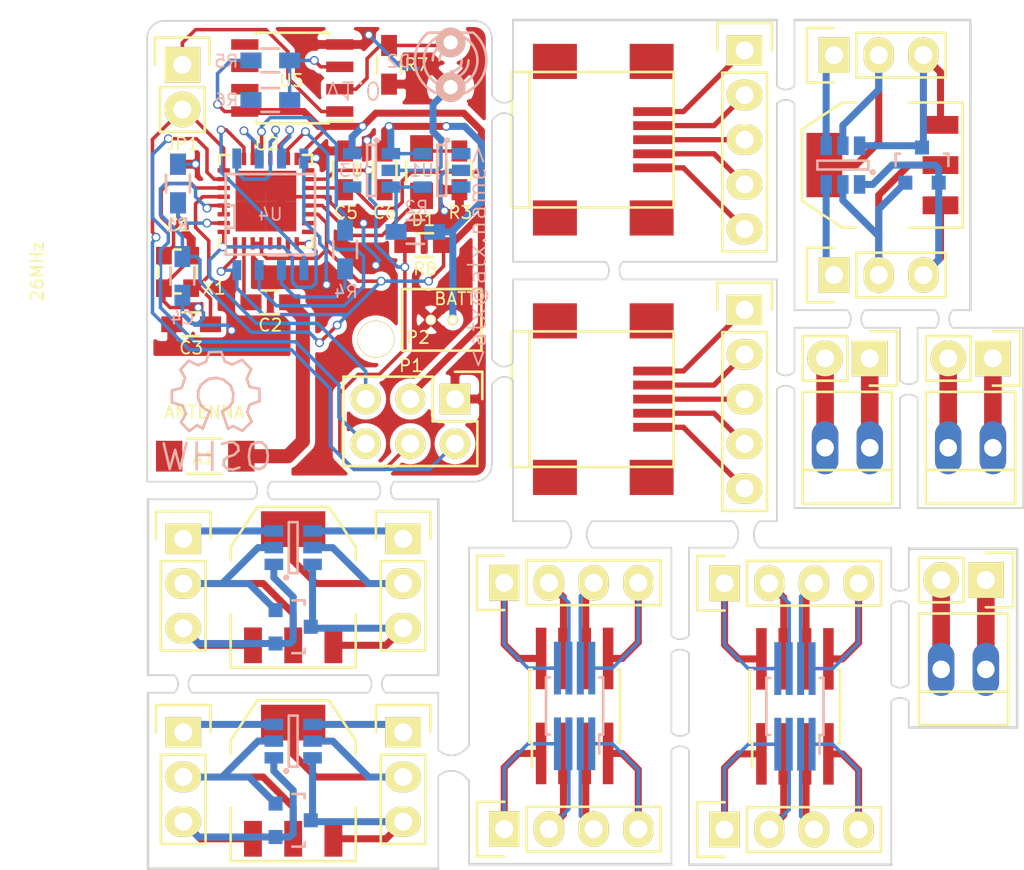
<source format=kicad_pcb>
(kicad_pcb (version 4) (host pcbnew "(2014-jul-16 BZR unknown)-product")
  (layers (0 F.Cu signal) (31 B.Cu signal) (34 B.Paste user) (35 F.Paste user) (36 B.SilkS user) (37 F.SilkS user) (38 B.Mask user) (39 F.Mask user) (44 Edge.Cuts user))
  (net 0 "")
  (net 1 "Net-(C1-Pad1)")
  (net 2 GND)
  (net 3 "Net-(C2-Pad1)")
  (net 4 "Net-(C3-Pad1)")
  (net 5 +3.3V)
  (net 6 "Net-(D1-Pad1)")
  (net 7 "Net-(D1-Pad2)")
  (net 8 "Net-(D2-Pad2)")
  (net 9 RX)
  (net 10 TX)
  (net 11 GPIO0)
  (net 12 RST)
  (net 13 "Net-(R1-Pad1)")
  (net 14 VBAT)
  (net 15 "Net-(R2-Pad2)")
  (net 16 FLASH-SCK)
  (net 17 "Net-(R4-Pad2)")
  (net 18 "Net-(R5-Pad2)")
  (net 19 "Net-(U2-Pad5)")
  (net 20 "Net-(U2-Pad6)")
  (net 21 "Net-(U2-Pad9)")
  (net 22 "Net-(U2-Pad10)")
  (net 23 "Net-(U2-Pad16)")
  (net 24 FLASH-HOLD)
  (net 25 FLASH-WP)
  (net 26 FLASH-CS)
  (net 27 FLASH-SO)
  (net 28 FLASH-SI)
  (net 29 "Net-(U2-Pad24)")
  (net 30 "Net-(JP1-Pad1)")
  (net 31 "Net-(A1-Pad2)")
  (net 32 "Net-(A1-Pad1)")
  (module Connect:USB_Mini-B (layer F.Cu) (at 40.28 21.808)
    (fp_text reference REF** hide)
    (fp_text value USB)
    (pad 1 smd rect (at 3.44932 -1.6002) (size 2.30124 0.50038) (layers F.Cu F.Paste F.Mask))
    (pad 2 smd rect (at 3.44932 -0.8001) (size 2.30124 0.50038) (layers F.Cu F.Paste F.Mask))
    (pad 3 smd rect (at 3.44932 0) (size 2.30124 0.50038) (layers F.Cu F.Paste F.Mask))
    (pad 4 smd rect (at 3.44932 0.8001) (size 2.30124 0.50038) (layers F.Cu F.Paste F.Mask))
    (pad 5 smd rect (at 3.44932 1.6002) (size 2.30124 0.50038) (layers F.Cu F.Paste F.Mask))
    (pad 6 smd rect (at 3.35026 -4.45008) (size 2.49936 1.99898) (layers F.Cu F.Paste F.Mask))
    (pad 7 smd rect (at -2.14884 -4.45008) (size 2.49936 1.99898) (layers F.Cu F.Paste F.Mask))
    (pad 8 smd rect (at 3.35026 4.45008) (size 2.49936 1.99898) (layers F.Cu F.Paste F.Mask))
    (pad 9 smd rect (at -2.14884 4.45008) (size 2.49936 1.99898) (layers F.Cu F.Paste F.Mask))
    (pad "" np_thru_hole circle (at 0.8509 -2.19964) (size 0.89916 0.89916) (drill 0.89916) (layers *.Cu *.Mask F.SilkS))
    (pad 2 np_thru_hole circle (at 0.8509 2.19964) (size 0.89916 0.89916) (drill 0.89916) (layers *.Cu *.Mask F.SilkS))
  )
  (module Pin_Headers:Pin_Header_Straight_1x05 (layer F.Cu) (at 48.916 16.728)
    (fp_text reference REF** hide)
    (fp_text value Pin_Header_Straight_1x05 hide)
    (pad 1 thru_hole rect (at 0 0) (size 2.032 1.7272) (drill 1.016) (layers *.Cu *.Mask F.SilkS))
    (pad 2 thru_hole oval (at 0 2.54) (size 2.032 1.7272) (drill 1.016) (layers *.Cu *.Mask F.SilkS))
    (pad 3 thru_hole oval (at 0 5.08) (size 2.032 1.7272) (drill 1.016) (layers *.Cu *.Mask F.SilkS))
    (pad 4 thru_hole oval (at 0 7.62) (size 2.032 1.7272) (drill 1.016) (layers *.Cu *.Mask F.SilkS))
    (pad 5 thru_hole oval (at 0 10.16) (size 2.032 1.7272) (drill 1.016) (layers *.Cu *.Mask F.SilkS))
  )
  (module Connect:USB_Mini-B (layer F.Cu) (at 40.28 36.558)
    (fp_text reference REF** hide)
    (fp_text value USB)
    (pad 1 smd rect (at 3.44932 -1.6002) (size 2.30124 0.50038) (layers F.Cu F.Paste F.Mask))
    (pad 2 smd rect (at 3.44932 -0.8001) (size 2.30124 0.50038) (layers F.Cu F.Paste F.Mask))
    (pad 3 smd rect (at 3.44932 0) (size 2.30124 0.50038) (layers F.Cu F.Paste F.Mask))
    (pad 4 smd rect (at 3.44932 0.8001) (size 2.30124 0.50038) (layers F.Cu F.Paste F.Mask))
    (pad 5 smd rect (at 3.44932 1.6002) (size 2.30124 0.50038) (layers F.Cu F.Paste F.Mask))
    (pad 6 smd rect (at 3.35026 -4.45008) (size 2.49936 1.99898) (layers F.Cu F.Paste F.Mask))
    (pad 7 smd rect (at -2.14884 -4.45008) (size 2.49936 1.99898) (layers F.Cu F.Paste F.Mask))
    (pad 8 smd rect (at 3.35026 4.45008) (size 2.49936 1.99898) (layers F.Cu F.Paste F.Mask))
    (pad 9 smd rect (at -2.14884 4.45008) (size 2.49936 1.99898) (layers F.Cu F.Paste F.Mask))
    (pad "" np_thru_hole circle (at 0.8509 -2.19964) (size 0.89916 0.89916) (drill 0.89916) (layers *.Cu *.Mask F.SilkS))
    (pad 2 np_thru_hole circle (at 0.8509 2.19964) (size 0.89916 0.89916) (drill 0.89916) (layers *.Cu *.Mask F.SilkS))
  )
  (module Pin_Headers:Pin_Header_Straight_1x05 (layer F.Cu) (at 48.916 31.478)
    (fp_text reference REF** hide)
    (fp_text value Pin_Header_Straight_1x05 hide)
    (pad 1 thru_hole rect (at 0 0) (size 2.032 1.7272) (drill 1.016) (layers *.Cu *.Mask F.SilkS))
    (pad 2 thru_hole oval (at 0 2.54) (size 2.032 1.7272) (drill 1.016) (layers *.Cu *.Mask F.SilkS))
    (pad 3 thru_hole oval (at 0 5.08) (size 2.032 1.7272) (drill 1.016) (layers *.Cu *.Mask F.SilkS))
    (pad 4 thru_hole oval (at 0 7.62) (size 2.032 1.7272) (drill 1.016) (layers *.Cu *.Mask F.SilkS))
    (pad 5 thru_hole oval (at 0 10.16) (size 2.032 1.7272) (drill 1.016) (layers *.Cu *.Mask F.SilkS))
  )
  (module Housings_SOT-23_SOT-143_TSOT-6:SOT-23-6 (layer B.Cu) (at 54.5 23.25 90)
    (fp_text reference REF** hide)
    (fp_text value SOT-23-6)
    (pad 1 smd rect (at -1.1 0.95 90) (size 1.06 0.65) (layers B.Cu B.Paste B.Mask))
    (pad 2 smd rect (at -1.1 0 90) (size 1.06 0.65) (layers B.Cu B.Paste B.Mask))
    (pad 3 smd rect (at -1.1 -0.95 90) (size 1.06 0.65) (layers B.Cu B.Paste B.Mask))
    (pad 4 smd rect (at 1.1 -0.95 90) (size 1.06 0.65) (layers B.Cu B.Paste B.Mask))
    (pad 6 smd rect (at 1.1 0.95 90) (size 1.06 0.65) (layers B.Cu B.Paste B.Mask))
    (pad 5 smd rect (at 1.1 0 90) (size 1.06 0.65) (layers B.Cu B.Paste B.Mask))
  )
  (module SMD_Packages:SOT-223 (layer F.Cu) (at 56.75 23.25 90)
    (fp_text reference REF** hide)
    (fp_text value SOT-223)
    (pad 4 smd rect (at 0 -3.302 90) (size 3.6576 2.032) (layers F.Cu F.Paste F.Mask))
    (pad 2 smd rect (at 0 3.302 90) (size 1.016 2.032) (layers F.Cu F.Paste F.Mask))
    (pad 3 smd rect (at 2.286 3.302 90) (size 1.016 2.032) (layers F.Cu F.Paste F.Mask))
    (pad 1 smd rect (at -2.286 3.302 90) (size 1.016 2.032) (layers F.Cu F.Paste F.Mask))
  )
  (module Pin_Headers:Pin_Header_Straight_1x03 (layer F.Cu) (at 54 29.5 90)
    (fp_text reference REF** hide)
    (fp_text value Pin_Header_Straight_1x03 hide)
    (pad 1 thru_hole rect (at 0 0 90) (size 2.032 1.7272) (drill 1.016) (layers *.Cu *.Mask F.SilkS))
    (pad 2 thru_hole oval (at 0 2.54 90) (size 2.032 1.7272) (drill 1.016) (layers *.Cu *.Mask F.SilkS))
    (pad 3 thru_hole oval (at 0 5.08 90) (size 2.032 1.7272) (drill 1.016) (layers *.Cu *.Mask F.SilkS))
  )
  (module Housings_SOT-23_SOT-143_TSOT-6:SOT-23 (layer B.Cu) (at 59 23.25 180)
    (fp_text reference REF** hide)
    (fp_text value SOT-23)
    (pad 1 smd rect (at -0.95 -1.00076 180) (size 0.8001 0.8001) (layers B.Cu B.Paste B.Mask))
    (pad 2 smd rect (at 0.95 -1.00076 180) (size 0.8001 0.8001) (layers B.Cu B.Paste B.Mask))
    (pad 3 smd rect (at 0 0.99822 180) (size 0.8001 0.8001) (layers B.Cu B.Paste B.Mask))
  )
  (module Pin_Headers:Pin_Header_Straight_1x03 (layer F.Cu) (at 54 17 90)
    (fp_text reference REF** hide)
    (fp_text value Pin_Header_Straight_1x03 hide)
    (pad 1 thru_hole rect (at 0 0 90) (size 2.032 1.7272) (drill 1.016) (layers *.Cu *.Mask F.SilkS))
    (pad 2 thru_hole oval (at 0 2.54 90) (size 2.032 1.7272) (drill 1.016) (layers *.Cu *.Mask F.SilkS))
    (pad 3 thru_hole oval (at 0 5.08 90) (size 2.032 1.7272) (drill 1.016) (layers *.Cu *.Mask F.SilkS))
  )
  (module Connect:PINHEAD1-2 (layer F.Cu) (at 54.76 39.32 180)
    (fp_text reference REF** hide)
    (fp_text value PINHEAD1-2 hide)
    (pad 1 thru_hole oval (at -1.27 0 180) (size 1.50622 3.01498) (drill 0.99822) (layers *.Cu *.Mask))
    (pad 2 thru_hole oval (at 1.27 0 180) (size 1.50622 3.01498) (drill 0.99822) (layers *.Cu *.Mask))
  )
  (module Pin_Headers:Pin_Header_Straight_1x02 (layer F.Cu) (at 56.03 34.24 270)
    (fp_text reference REF** hide)
    (fp_text value Pin_Header_Straight_1x02 hide)
    (pad 1 thru_hole rect (at 0 0 270) (size 2.032 2.032) (drill 1.016) (layers *.Cu *.Mask F.SilkS))
    (pad 2 thru_hole oval (at 0 2.54 270) (size 2.032 2.032) (drill 1.016) (layers *.Cu *.Mask F.SilkS))
  )
  (module Connect:PINHEAD1-2 (layer F.Cu) (at 61.76 39.32 180)
    (fp_text reference REF** hide)
    (fp_text value PINHEAD1-2 hide)
    (pad 1 thru_hole oval (at -1.27 0 180) (size 1.50622 3.01498) (drill 0.99822) (layers *.Cu *.Mask))
    (pad 2 thru_hole oval (at 1.27 0 180) (size 1.50622 3.01498) (drill 0.99822) (layers *.Cu *.Mask))
  )
  (module Pin_Headers:Pin_Header_Straight_1x02 (layer F.Cu) (at 63.03 34.24 270)
    (fp_text reference REF** hide)
    (fp_text value Pin_Header_Straight_1x02 hide)
    (pad 1 thru_hole rect (at 0 0 270) (size 2.032 2.032) (drill 1.016) (layers *.Cu *.Mask F.SilkS))
    (pad 2 thru_hole oval (at 0 2.54 270) (size 2.032 2.032) (drill 1.016) (layers *.Cu *.Mask F.SilkS))
  )
  (module Housings_SOT-23_SOT-143_TSOT-6:SOT-23-6 (layer B.Cu) (at 23.25 45)
    (fp_text reference REF** hide)
    (fp_text value SOT-23-6)
    (pad 1 smd rect (at -1.1 0.95) (size 1.06 0.65) (layers B.Cu B.Paste B.Mask))
    (pad 2 smd rect (at -1.1 0) (size 1.06 0.65) (layers B.Cu B.Paste B.Mask))
    (pad 3 smd rect (at -1.1 -0.95) (size 1.06 0.65) (layers B.Cu B.Paste B.Mask))
    (pad 4 smd rect (at 1.1 -0.95) (size 1.06 0.65) (layers B.Cu B.Paste B.Mask))
    (pad 6 smd rect (at 1.1 0.95) (size 1.06 0.65) (layers B.Cu B.Paste B.Mask))
    (pad 5 smd rect (at 1.1 0) (size 1.06 0.65) (layers B.Cu B.Paste B.Mask))
  )
  (module SMD_Packages:SOT-223 (layer F.Cu) (at 23.25 47.25)
    (fp_text reference REF** hide)
    (fp_text value SOT-223)
    (pad 4 smd rect (at 0 -3.302) (size 3.6576 2.032) (layers F.Cu F.Paste F.Mask))
    (pad 2 smd rect (at 0 3.302) (size 1.016 2.032) (layers F.Cu F.Paste F.Mask))
    (pad 3 smd rect (at 2.286 3.302) (size 1.016 2.032) (layers F.Cu F.Paste F.Mask))
    (pad 1 smd rect (at -2.286 3.302) (size 1.016 2.032) (layers F.Cu F.Paste F.Mask))
  )
  (module Pin_Headers:Pin_Header_Straight_1x03 (layer F.Cu) (at 17 44.5)
    (fp_text reference REF** hide)
    (fp_text value Pin_Header_Straight_1x03 hide)
    (pad 1 thru_hole rect (at 0 0) (size 2.032 1.7272) (drill 1.016) (layers *.Cu *.Mask F.SilkS))
    (pad 2 thru_hole oval (at 0 2.54) (size 2.032 1.7272) (drill 1.016) (layers *.Cu *.Mask F.SilkS))
    (pad 3 thru_hole oval (at 0 5.08) (size 2.032 1.7272) (drill 1.016) (layers *.Cu *.Mask F.SilkS))
  )
  (module Housings_SOT-23_SOT-143_TSOT-6:SOT-23 (layer B.Cu) (at 23.25 49.5 90)
    (fp_text reference REF** hide)
    (fp_text value SOT-23)
    (pad 1 smd rect (at -0.95 -1.00076 90) (size 0.8001 0.8001) (layers B.Cu B.Paste B.Mask))
    (pad 2 smd rect (at 0.95 -1.00076 90) (size 0.8001 0.8001) (layers B.Cu B.Paste B.Mask))
    (pad 3 smd rect (at 0 0.99822 90) (size 0.8001 0.8001) (layers B.Cu B.Paste B.Mask))
  )
  (module Pin_Headers:Pin_Header_Straight_1x03 (layer F.Cu) (at 29.5 44.5)
    (fp_text reference REF** hide)
    (fp_text value Pin_Header_Straight_1x03 hide)
    (pad 1 thru_hole rect (at 0 0) (size 2.032 1.7272) (drill 1.016) (layers *.Cu *.Mask F.SilkS))
    (pad 2 thru_hole oval (at 0 2.54) (size 2.032 1.7272) (drill 1.016) (layers *.Cu *.Mask F.SilkS))
    (pad 3 thru_hole oval (at 0 5.08) (size 2.032 1.7272) (drill 1.016) (layers *.Cu *.Mask F.SilkS))
  )
  (module Housings_SOIC:SOIC-8_3.9x4.9mm_Pitch1.27mm (layer F.Cu) (at 51.775 54.025 90)
    (fp_text reference "" (at 0 -3.5 90) (layer F.SilkS))
    (fp_text value SOIC8)
    (pad 1 smd rect (at -2.7 -1.905 90) (size 3.5 0.6) (layers F.Cu F.Paste F.Mask))
    (pad 2 smd rect (at -2.7 -0.635 90) (size 3.5 0.6) (layers F.Cu F.Paste F.Mask))
    (pad 3 smd rect (at -2.7 0.635 90) (size 3.5 0.6) (layers F.Cu F.Paste F.Mask))
    (pad 4 smd rect (at -2.7 1.905 90) (size 3.5 0.6) (layers F.Cu F.Paste F.Mask))
    (pad 5 smd rect (at 2.7 1.905 90) (size 3.5 0.6) (layers F.Cu F.Paste F.Mask))
    (pad 6 smd rect (at 2.7 0.635 90) (size 3.5 0.6) (layers F.Cu F.Paste F.Mask))
    (pad 7 smd rect (at 2.7 -0.635 90) (size 3.5 0.6) (layers F.Cu F.Paste F.Mask))
    (pad 8 smd rect (at 2.7 -1.905 90) (size 3.5 0.6) (layers F.Cu F.Paste F.Mask))
  )
  (module Housings_SSOP:TSSOP-8_3x3mm_Pitch0.65mm (layer B.Cu) (at 51.775 54.025 90)
    (fp_text reference "" (at 0 2.55 90) (layer B.SilkS) (effects (justify mirror)))
    (fp_text value TSSOP8)
    (pad 1 smd rect (at -2.15 0.975 90) (size 3 0.4) (layers B.Cu B.Paste B.Mask))
    (pad 2 smd rect (at -2.15 0.325 90) (size 3 0.4) (layers B.Cu B.Paste B.Mask))
    (pad 3 smd rect (at -2.15 -0.325 90) (size 3 0.4) (layers B.Cu B.Paste B.Mask))
    (pad 4 smd rect (at -2.15 -0.975 90) (size 3 0.4) (layers B.Cu B.Paste B.Mask))
    (pad 5 smd rect (at 2.15 -0.975 90) (size 3 0.4) (layers B.Cu B.Paste B.Mask))
    (pad 6 smd rect (at 2.15 -0.325 90) (size 3 0.4) (layers B.Cu B.Paste B.Mask))
    (pad 7 smd rect (at 2.15 0.325 90) (size 3 0.4) (layers B.Cu B.Paste B.Mask))
    (pad 8 smd rect (at 2.15 0.975 90) (size 3 0.4) (layers B.Cu B.Paste B.Mask))
  )
  (module Pin_Headers:Pin_Header_Straight_1x04 (layer F.Cu) (at 47.775 47.025 90)
    (fp_text reference REF** hide)
    (fp_text value Pin_Header_Straight_1x04 hide)
    (pad 1 thru_hole rect (at 0 0 90) (size 2.032 1.7272) (drill 1.016) (layers *.Cu *.Mask F.SilkS))
    (pad 2 thru_hole oval (at 0 2.54 90) (size 2.032 1.7272) (drill 1.016) (layers *.Cu *.Mask F.SilkS))
    (pad 3 thru_hole oval (at 0 5.08 90) (size 2.032 1.7272) (drill 1.016) (layers *.Cu *.Mask F.SilkS))
    (pad 4 thru_hole oval (at 0 7.62 90) (size 2.032 1.7272) (drill 1.016) (layers *.Cu *.Mask F.SilkS))
  )
  (module Pin_Headers:Pin_Header_Straight_1x04 (layer F.Cu) (at 47.775 61.025 90)
    (fp_text reference REF** hide)
    (fp_text value Pin_Header_Straight_1x04 hide)
    (pad 1 thru_hole rect (at 0 0 90) (size 2.032 1.7272) (drill 1.016) (layers *.Cu *.Mask F.SilkS))
    (pad 2 thru_hole oval (at 0 2.54 90) (size 2.032 1.7272) (drill 1.016) (layers *.Cu *.Mask F.SilkS))
    (pad 3 thru_hole oval (at 0 5.08 90) (size 2.032 1.7272) (drill 1.016) (layers *.Cu *.Mask F.SilkS))
    (pad 4 thru_hole oval (at 0 7.62 90) (size 2.032 1.7272) (drill 1.016) (layers *.Cu *.Mask F.SilkS))
  )
  (module Housings_SOT-23_SOT-143_TSOT-6:SOT-23-6 (layer B.Cu) (at 23.25 56)
    (fp_text reference REF** hide)
    (fp_text value SOT-23-6)
    (pad 1 smd rect (at -1.1 0.95) (size 1.06 0.65) (layers B.Cu B.Paste B.Mask))
    (pad 2 smd rect (at -1.1 0) (size 1.06 0.65) (layers B.Cu B.Paste B.Mask))
    (pad 3 smd rect (at -1.1 -0.95) (size 1.06 0.65) (layers B.Cu B.Paste B.Mask))
    (pad 4 smd rect (at 1.1 -0.95) (size 1.06 0.65) (layers B.Cu B.Paste B.Mask))
    (pad 6 smd rect (at 1.1 0.95) (size 1.06 0.65) (layers B.Cu B.Paste B.Mask))
    (pad 5 smd rect (at 1.1 0) (size 1.06 0.65) (layers B.Cu B.Paste B.Mask))
  )
  (module SMD_Packages:SOT-223 (layer F.Cu) (at 23.25 58.25)
    (fp_text reference REF** hide)
    (fp_text value SOT-223)
    (pad 4 smd rect (at 0 -3.302) (size 3.6576 2.032) (layers F.Cu F.Paste F.Mask))
    (pad 2 smd rect (at 0 3.302) (size 1.016 2.032) (layers F.Cu F.Paste F.Mask))
    (pad 3 smd rect (at 2.286 3.302) (size 1.016 2.032) (layers F.Cu F.Paste F.Mask))
    (pad 1 smd rect (at -2.286 3.302) (size 1.016 2.032) (layers F.Cu F.Paste F.Mask))
  )
  (module Pin_Headers:Pin_Header_Straight_1x03 (layer F.Cu) (at 17 55.5)
    (fp_text reference REF** hide)
    (fp_text value Pin_Header_Straight_1x03 hide)
    (pad 1 thru_hole rect (at 0 0) (size 2.032 1.7272) (drill 1.016) (layers *.Cu *.Mask F.SilkS))
    (pad 2 thru_hole oval (at 0 2.54) (size 2.032 1.7272) (drill 1.016) (layers *.Cu *.Mask F.SilkS))
    (pad 3 thru_hole oval (at 0 5.08) (size 2.032 1.7272) (drill 1.016) (layers *.Cu *.Mask F.SilkS))
  )
  (module Housings_SOT-23_SOT-143_TSOT-6:SOT-23 (layer B.Cu) (at 23.25 60.5 90)
    (fp_text reference REF** hide)
    (fp_text value SOT-23)
    (pad 1 smd rect (at -0.95 -1.00076 90) (size 0.8001 0.8001) (layers B.Cu B.Paste B.Mask))
    (pad 2 smd rect (at 0.95 -1.00076 90) (size 0.8001 0.8001) (layers B.Cu B.Paste B.Mask))
    (pad 3 smd rect (at 0 0.99822 90) (size 0.8001 0.8001) (layers B.Cu B.Paste B.Mask))
  )
  (module Pin_Headers:Pin_Header_Straight_1x03 (layer F.Cu) (at 29.5 55.5)
    (fp_text reference REF** hide)
    (fp_text value Pin_Header_Straight_1x03 hide)
    (pad 1 thru_hole rect (at 0 0) (size 2.032 1.7272) (drill 1.016) (layers *.Cu *.Mask F.SilkS))
    (pad 2 thru_hole oval (at 0 2.54) (size 2.032 1.7272) (drill 1.016) (layers *.Cu *.Mask F.SilkS))
    (pad 3 thru_hole oval (at 0 5.08) (size 2.032 1.7272) (drill 1.016) (layers *.Cu *.Mask F.SilkS))
  )
  (module Housings_SOIC:SOIC-8_3.9x4.9mm_Pitch1.27mm (layer F.Cu) (at 39.25 54 90)
    (fp_text reference "" (at 0 -3.5 90) (layer F.SilkS))
    (fp_text value SOIC8)
    (pad 1 smd rect (at -2.7 -1.905 90) (size 3.5 0.6) (layers F.Cu F.Paste F.Mask))
    (pad 2 smd rect (at -2.7 -0.635 90) (size 3.5 0.6) (layers F.Cu F.Paste F.Mask))
    (pad 3 smd rect (at -2.7 0.635 90) (size 3.5 0.6) (layers F.Cu F.Paste F.Mask))
    (pad 4 smd rect (at -2.7 1.905 90) (size 3.5 0.6) (layers F.Cu F.Paste F.Mask))
    (pad 5 smd rect (at 2.7 1.905 90) (size 3.5 0.6) (layers F.Cu F.Paste F.Mask))
    (pad 6 smd rect (at 2.7 0.635 90) (size 3.5 0.6) (layers F.Cu F.Paste F.Mask))
    (pad 7 smd rect (at 2.7 -0.635 90) (size 3.5 0.6) (layers F.Cu F.Paste F.Mask))
    (pad 8 smd rect (at 2.7 -1.905 90) (size 3.5 0.6) (layers F.Cu F.Paste F.Mask))
  )
  (module Housings_SSOP:TSSOP-8_3x3mm_Pitch0.65mm (layer B.Cu) (at 39.25 54 90)
    (fp_text reference "" (at 0 2.55 90) (layer B.SilkS) (effects (justify mirror)))
    (fp_text value TSSOP8)
    (pad 1 smd rect (at -2.15 0.975 90) (size 3 0.4) (layers B.Cu B.Paste B.Mask))
    (pad 2 smd rect (at -2.15 0.325 90) (size 3 0.4) (layers B.Cu B.Paste B.Mask))
    (pad 3 smd rect (at -2.15 -0.325 90) (size 3 0.4) (layers B.Cu B.Paste B.Mask))
    (pad 4 smd rect (at -2.15 -0.975 90) (size 3 0.4) (layers B.Cu B.Paste B.Mask))
    (pad 5 smd rect (at 2.15 -0.975 90) (size 3 0.4) (layers B.Cu B.Paste B.Mask))
    (pad 6 smd rect (at 2.15 -0.325 90) (size 3 0.4) (layers B.Cu B.Paste B.Mask))
    (pad 7 smd rect (at 2.15 0.325 90) (size 3 0.4) (layers B.Cu B.Paste B.Mask))
    (pad 8 smd rect (at 2.15 0.975 90) (size 3 0.4) (layers B.Cu B.Paste B.Mask))
  )
  (module Pin_Headers:Pin_Header_Straight_1x04 (layer F.Cu) (at 35.25 47 90)
    (fp_text reference REF** hide)
    (fp_text value Pin_Header_Straight_1x04 hide)
    (pad 1 thru_hole rect (at 0 0 90) (size 2.032 1.7272) (drill 1.016) (layers *.Cu *.Mask F.SilkS))
    (pad 2 thru_hole oval (at 0 2.54 90) (size 2.032 1.7272) (drill 1.016) (layers *.Cu *.Mask F.SilkS))
    (pad 3 thru_hole oval (at 0 5.08 90) (size 2.032 1.7272) (drill 1.016) (layers *.Cu *.Mask F.SilkS))
    (pad 4 thru_hole oval (at 0 7.62 90) (size 2.032 1.7272) (drill 1.016) (layers *.Cu *.Mask F.SilkS))
  )
  (module Pin_Headers:Pin_Header_Straight_1x04 (layer F.Cu) (at 35.25 61 90)
    (fp_text reference REF** hide)
    (fp_text value Pin_Header_Straight_1x04 hide)
    (pad 1 thru_hole rect (at 0 0 90) (size 2.032 1.7272) (drill 1.016) (layers *.Cu *.Mask F.SilkS))
    (pad 2 thru_hole oval (at 0 2.54 90) (size 2.032 1.7272) (drill 1.016) (layers *.Cu *.Mask F.SilkS))
    (pad 3 thru_hole oval (at 0 5.08 90) (size 2.032 1.7272) (drill 1.016) (layers *.Cu *.Mask F.SilkS))
    (pad 4 thru_hole oval (at 0 7.62 90) (size 2.032 1.7272) (drill 1.016) (layers *.Cu *.Mask F.SilkS))
  )
  (module Connect:PINHEAD1-2 (layer F.Cu) (at 61.36 51.92 180)
    (fp_text reference REF** hide)
    (fp_text value PINHEAD1-2 hide)
    (pad 1 thru_hole oval (at -1.27 0 180) (size 1.50622 3.01498) (drill 0.99822) (layers *.Cu *.Mask))
    (pad 2 thru_hole oval (at 1.27 0 180) (size 1.50622 3.01498) (drill 0.99822) (layers *.Cu *.Mask))
  )
  (module Pin_Headers:Pin_Header_Straight_1x02 (layer F.Cu) (at 62.63 46.84 270)
    (fp_text reference REF** hide)
    (fp_text value Pin_Header_Straight_1x02 hide)
    (pad 1 thru_hole rect (at 0 0 270) (size 2.032 2.032) (drill 1.016) (layers *.Cu *.Mask F.SilkS))
    (pad 2 thru_hole oval (at 0 2.54 270) (size 2.032 2.032) (drill 1.016) (layers *.Cu *.Mask F.SilkS))
  )
  (module Symbols:Symbol_OSHW-Logo_SilkScreen (layer B.Cu) (at 18.85 36.35 180)
    (fp_text reference REF** hide)
    (fp_text value Symbol_OSHW-Logo_SilkScreen)
  )
  (module Resistors_SMD:R_0603_HandSoldering (layer F.Cu) (at 16.7 24.3 90)
    (fp_text reference C1 (at -2.35 0.05 180) (layer F.SilkS) (effects (font (size 0.7 0.7) (thickness 0.1))))
    (fp_text value 10pF)
    (pad 1 smd rect (at -1.1 0 90) (size 1.2 0.9) (layers F.Cu F.Paste F.Mask) (net 1 "Net-(C1-Pad1)"))
    (pad 2 smd rect (at 1.1 0 90) (size 1.2 0.9) (layers F.Cu F.Paste F.Mask) (net 2 GND))
  )
  (module Resistors_SMD:R_0603_HandSoldering (layer F.Cu) (at 21.95 31.05)
    (fp_text reference C2 (at 0 1.3) (layer F.SilkS) (effects (font (size 0.7 0.7) (thickness 0.1))))
    (fp_text value 5.6pF)
    (pad 1 smd rect (at -1.1 0) (size 1.2 0.9) (layers F.Cu F.Paste F.Mask) (net 3 "Net-(C2-Pad1)"))
    (pad 2 smd rect (at 1.1 0) (size 1.2 0.9) (layers F.Cu F.Paste F.Mask) (net 31 "Net-(A1-Pad2)"))
  )
  (module Resistors_SMD:R_0603_HandSoldering (layer F.Cu) (at 17.45 32.3 180)
    (fp_text reference C3 (at 0 -1.35 360) (layer F.SilkS) (effects (font (size 0.7 0.7) (thickness 0.1))))
    (fp_text value 10pF)
    (pad 1 smd rect (at -1.1 0 180) (size 1.2 0.9) (layers F.Cu F.Paste F.Mask) (net 4 "Net-(C3-Pad1)"))
    (pad 2 smd rect (at 1.1 0 180) (size 1.2 0.9) (layers F.Cu F.Paste F.Mask) (net 2 GND))
  )
  (module Resistors_SMD:R_0603_HandSoldering (layer B.Cu) (at 16.95 29.55 270)
    (fp_text reference C4 (at 2.4 0 360) (layer B.SilkS) (effects (font (size 0.7 0.7) (thickness 0.1)) (justify mirror)))
    (fp_text value 1uF)
    (pad 1 smd rect (at -1.1 0 270) (size 1.2 0.9) (layers B.Cu B.Paste B.Mask) (net 5 +3.3V))
    (pad 2 smd rect (at 1.1 0 270) (size 1.2 0.9) (layers B.Cu B.Paste B.Mask) (net 2 GND))
  )
  (module Resistors_SMD:R_0603_HandSoldering (layer F.Cu) (at 26.2 23.55 90)
    (fp_text reference C5 (at -2.4 0.05 180) (layer F.SilkS) (effects (font (size 0.7 0.7) (thickness 0.1))))
    (fp_text value 1uF)
    (pad 1 smd rect (at -1.1 0 90) (size 1.2 0.9) (layers F.Cu F.Paste F.Mask) (net 5 +3.3V))
    (pad 2 smd rect (at 1.1 0 90) (size 1.2 0.9) (layers F.Cu F.Paste F.Mask) (net 2 GND))
  )
  (module Resistors_SMD:R_0805_HandSoldering (layer F.Cu) (at 30.55 23.65 90)
    (fp_text reference D1 (at -2.7 0.1 180) (layer F.SilkS) (effects (font (size 0.7 0.7) (thickness 0.1))))
    (fp_text value LED)
    (pad 1 smd rect (at -1.35 0 90) (size 1.5 1.3) (layers F.Cu F.Paste F.Mask) (net 6 "Net-(D1-Pad1)"))
    (pad 2 smd rect (at 1.35 0 90) (size 1.5 1.3) (layers F.Cu F.Paste F.Mask) (net 7 "Net-(D1-Pad2)"))
  )
  (module LEDs:LED-3MM (layer B.Cu) (at 32.2 17.55 90)
    (fp_text reference D2 (at 0.2 -2.95 180) (layer B.SilkS) (effects (font (size 0.7 0.7) (thickness 0.1)) (justify mirror)))
    (fp_text value LED)
    (pad 1 thru_hole circle (at -1.27 0 90) (size 1.6764 1.6764) (drill 0.8128) (layers *.Cu *.Mask B.SilkS) (net 2 GND))
    (pad 2 thru_hole circle (at 1.27 0 90) (size 1.6764 1.6764) (drill 0.8128) (layers *.Cu *.Mask B.SilkS) (net 8 "Net-(D2-Pad2)"))
  )
  (module Resistors_SMD:R_0603_HandSoldering (layer B.Cu) (at 16.7 24.3 90)
    (fp_text reference R1 (at -2.35 -0.05 180) (layer B.SilkS) (effects (font (size 0.7 0.7) (thickness 0.1)) (justify mirror)))
    (fp_text value 12k)
    (pad 1 smd rect (at -1.1 0 90) (size 1.2 0.9) (layers B.Cu B.Paste B.Mask) (net 13 "Net-(R1-Pad1)"))
    (pad 2 smd rect (at 1.1 0 90) (size 1.2 0.9) (layers B.Cu B.Paste B.Mask) (net 2 GND))
  )
  (module Resistors_SMD:R_0603_HandSoldering (layer B.Cu) (at 30.2 27.05 180)
    (fp_text reference R2 (at -0.05 1.4 180) (layer B.SilkS) (effects (font (size 0.7 0.7) (thickness 0.1)) (justify mirror)))
    (fp_text value 470k)
    (pad 1 smd rect (at -1.1 0 180) (size 1.2 0.9) (layers B.Cu B.Paste B.Mask) (net 14 VBAT))
    (pad 2 smd rect (at 1.1 0 180) (size 1.2 0.9) (layers B.Cu B.Paste B.Mask) (net 15 "Net-(R2-Pad2)"))
  )
  (module Resistors_SMD:R_0603_HandSoldering (layer F.Cu) (at 32.7 23.55 270)
    (fp_text reference R3 (at 2.4 -0.05 360) (layer F.SilkS) (effects (font (size 0.7 0.7) (thickness 0.1))))
    (fp_text value R)
    (pad 1 smd rect (at -1.1 0 270) (size 1.2 0.9) (layers F.Cu F.Paste F.Mask) (net 7 "Net-(D1-Pad2)"))
    (pad 2 smd rect (at 1.1 0 270) (size 1.2 0.9) (layers F.Cu F.Paste F.Mask) (net 2 GND))
  )
  (module Resistors_SMD:R_0603_HandSoldering (layer B.Cu) (at 26.2 28.05 270)
    (fp_text reference R4 (at 2.4 -0.05 360) (layer B.SilkS) (effects (font (size 0.7 0.7) (thickness 0.1)) (justify mirror)))
    (fp_text value 200)
    (pad 1 smd rect (at -1.1 0 270) (size 1.2 0.9) (layers B.Cu B.Paste B.Mask) (net 16 FLASH-SCK))
    (pad 2 smd rect (at 1.1 0 270) (size 1.2 0.9) (layers B.Cu B.Paste B.Mask) (net 17 "Net-(R4-Pad2)"))
  )
  (module Resistors_SMD:R_0603_HandSoldering (layer B.Cu) (at 21.95 17.3)
    (fp_text reference R5 (at -2.5 0.05) (layer B.SilkS) (effects (font (size 0.7 0.7) (thickness 0.1)) (justify mirror)))
    (fp_text value 47k)
    (pad 1 smd rect (at -1.1 0) (size 1.2 0.9) (layers B.Cu B.Paste B.Mask) (net 5 +3.3V))
    (pad 2 smd rect (at 1.1 0) (size 1.2 0.9) (layers B.Cu B.Paste B.Mask) (net 18 "Net-(R5-Pad2)"))
  )
  (module Resistors_SMD:R_0603_HandSoldering (layer B.Cu) (at 21.95 19.55 180)
    (fp_text reference R6 (at 2.5 0 180) (layer B.SilkS) (effects (font (size 0.7 0.7) (thickness 0.1)) (justify mirror)))
    (fp_text value 10k)
    (pad 1 smd rect (at -1.1 0 180) (size 1.2 0.9) (layers B.Cu B.Paste B.Mask) (net 18 "Net-(R5-Pad2)"))
    (pad 2 smd rect (at 1.1 0 180) (size 1.2 0.9) (layers B.Cu B.Paste B.Mask) (net 2 GND))
  )
  (module Resistors_SMD:R_0603_HandSoldering (layer F.Cu) (at 28.7 17.55 270)
    (fp_text reference R7 (at 0 -1.55 360) (layer F.SilkS) (effects (font (size 0.7 0.7) (thickness 0.1))))
    (fp_text value 100k)
    (pad 1 smd rect (at -1.1 0 270) (size 1.2 0.9) (layers F.Cu F.Paste F.Mask) (net 8 "Net-(D2-Pad2)"))
    (pad 2 smd rect (at 1.1 0 270) (size 1.2 0.9) (layers F.Cu F.Paste F.Mask) (net 2 GND))
  )
  (module Housings_DFN_QFN:QFN-32-1EP_5x5mm_Pitch0.5mm (layer F.Cu) (at 21.7 25.3 90)
    (fp_text reference U2 (at 3.25 0.05 180) (layer F.SilkS) (effects (font (size 0.7 0.7) (thickness 0.1))))
    (fp_text value ESP8266)
    (pad 1 smd rect (at -2.4 -1.75 90) (size 0.7 0.25) (layers F.Cu F.Paste F.Mask) (net 5 +3.3V))
    (pad 2 smd rect (at -2.4 -1.25 90) (size 0.7 0.25) (layers F.Cu F.Paste F.Mask) (net 3 "Net-(C2-Pad1)"))
    (pad 3 smd rect (at -2.4 -0.75 90) (size 0.7 0.25) (layers F.Cu F.Paste F.Mask) (net 5 +3.3V))
    (pad 4 smd rect (at -2.4 -0.25 90) (size 0.7 0.25) (layers F.Cu F.Paste F.Mask) (net 5 +3.3V))
    (pad 5 smd rect (at -2.4 0.25 90) (size 0.7 0.25) (layers F.Cu F.Paste F.Mask) (net 19 "Net-(U2-Pad5)"))
    (pad 6 smd rect (at -2.4 0.75 90) (size 0.7 0.25) (layers F.Cu F.Paste F.Mask) (net 20 "Net-(U2-Pad6)"))
    (pad 7 smd rect (at -2.4 1.25 90) (size 0.7 0.25) (layers F.Cu F.Paste F.Mask) (net 5 +3.3V))
    (pad 8 smd rect (at -2.4 1.75 90) (size 0.7 0.25) (layers F.Cu F.Paste F.Mask) (net 12 RST))
    (pad 9 smd rect (at -1.75 2.4 180) (size 0.7 0.25) (layers F.Cu F.Paste F.Mask) (net 21 "Net-(U2-Pad9)"))
    (pad 10 smd rect (at -1.25 2.4 180) (size 0.7 0.25) (layers F.Cu F.Paste F.Mask) (net 22 "Net-(U2-Pad10)"))
    (pad 11 smd rect (at -0.75 2.4 180) (size 0.7 0.25) (layers F.Cu F.Paste F.Mask) (net 5 +3.3V))
    (pad 12 smd rect (at -0.25 2.4 180) (size 0.7 0.25) (layers F.Cu F.Paste F.Mask) (net 6 "Net-(D1-Pad1)"))
    (pad 13 smd rect (at 0.25 2.4 180) (size 0.7 0.25) (layers F.Cu F.Paste F.Mask) (net 2 GND))
    (pad 14 smd rect (at 0.75 2.4 180) (size 0.7 0.25) (layers F.Cu F.Paste F.Mask) (net 5 +3.3V))
    (pad 15 smd rect (at 1.25 2.4 180) (size 0.7 0.25) (layers F.Cu F.Paste F.Mask) (net 11 GPIO0))
    (pad 16 smd rect (at 1.75 2.4 180) (size 0.7 0.25) (layers F.Cu F.Paste F.Mask) (net 23 "Net-(U2-Pad16)"))
    (pad 17 smd rect (at 2.4 1.75 90) (size 0.7 0.25) (layers F.Cu F.Paste F.Mask) (net 5 +3.3V))
    (pad 18 smd rect (at 2.4 1.25 90) (size 0.7 0.25) (layers F.Cu F.Paste F.Mask) (net 24 FLASH-HOLD))
    (pad 19 smd rect (at 2.4 0.75 90) (size 0.7 0.25) (layers F.Cu F.Paste F.Mask) (net 25 FLASH-WP))
    (pad 20 smd rect (at 2.4 0.25 90) (size 0.7 0.25) (layers F.Cu F.Paste F.Mask) (net 26 FLASH-CS))
    (pad 21 smd rect (at 2.4 -0.25 90) (size 0.7 0.25) (layers F.Cu F.Paste F.Mask) (net 16 FLASH-SCK))
    (pad 22 smd rect (at 2.4 -0.75 90) (size 0.7 0.25) (layers F.Cu F.Paste F.Mask) (net 27 FLASH-SO))
    (pad 23 smd rect (at 2.4 -1.25 90) (size 0.7 0.25) (layers F.Cu F.Paste F.Mask) (net 28 FLASH-SI))
    (pad 24 smd rect (at 2.4 -1.75 90) (size 0.7 0.25) (layers F.Cu F.Paste F.Mask) (net 29 "Net-(U2-Pad24)"))
    (pad 25 smd rect (at 1.75 -2.4 180) (size 0.7 0.25) (layers F.Cu F.Paste F.Mask) (net 9 RX))
    (pad 26 smd rect (at 1.25 -2.4 180) (size 0.7 0.25) (layers F.Cu F.Paste F.Mask) (net 10 TX))
    (pad 27 smd rect (at 0.75 -2.4 180) (size 0.7 0.25) (layers F.Cu F.Paste F.Mask) (net 1 "Net-(C1-Pad1)"))
    (pad 28 smd rect (at 0.25 -2.4 180) (size 0.7 0.25) (layers F.Cu F.Paste F.Mask) (net 4 "Net-(C3-Pad1)"))
    (pad 29 smd rect (at -0.25 -2.4 180) (size 0.7 0.25) (layers F.Cu F.Paste F.Mask) (net 5 +3.3V))
    (pad 30 smd rect (at -0.75 -2.4 180) (size 0.7 0.25) (layers F.Cu F.Paste F.Mask) (net 5 +3.3V))
    (pad 31 smd rect (at -1.25 -2.4 180) (size 0.7 0.25) (layers F.Cu F.Paste F.Mask) (net 13 "Net-(R1-Pad1)"))
    (pad 32 smd rect (at -1.75 -2.4 180) (size 0.7 0.25) (layers F.Cu F.Paste F.Mask) (net 12 RST))
    (pad 33 smd rect (at 0.8625 0.8625 90) (size 1.725 1.725) (layers F.Cu F.Paste F.Mask) (net 2 GND))
    (pad 33 smd rect (at 0.8625 -0.8625 90) (size 1.725 1.725) (layers F.Cu F.Paste F.Mask) (net 2 GND))
    (pad 33 smd rect (at -0.8625 0.8625 90) (size 1.725 1.725) (layers F.Cu F.Paste F.Mask) (net 2 GND))
    (pad 33 smd rect (at -0.8625 -0.8625 90) (size 1.725 1.725) (layers F.Cu F.Paste F.Mask) (net 2 GND))
  )
  (module Housings_SOT-23_SOT-143_TSOT-6:SOT-23-5 (layer B.Cu) (at 27.7 23.55 180)
    (fp_text reference U3 (at 1.15 0 180) (layer B.SilkS) (effects (font (size 0.7 0.7) (thickness 0.1)) (justify mirror)))
    (fp_text value MIC550x)
    (pad 1 smd rect (at -1.1 0.95 180) (size 1.06 0.65) (layers B.Cu B.Paste B.Mask) (net 14 VBAT))
    (pad 2 smd rect (at -1.1 0 180) (size 1.06 0.65) (layers B.Cu B.Paste B.Mask) (net 2 GND))
    (pad 3 smd rect (at -1.1 -0.95 180) (size 1.06 0.65) (layers B.Cu B.Paste B.Mask) (net 15 "Net-(R2-Pad2)"))
    (pad 4 smd rect (at 1.1 -0.95 180) (size 1.06 0.65) (layers B.Cu B.Paste B.Mask))
    (pad 5 smd rect (at 1.1 0.95 180) (size 1.06 0.65) (layers B.Cu B.Paste B.Mask) (net 5 +3.3V))
  )
  (module SMD_Packages:SOIC-8-N (layer B.Cu) (at 21.95 26.05)
    (fp_text reference U4 (at 0 0) (layer B.SilkS) (effects (font (size 0.7 0.7) (thickness 0.1)) (justify mirror)))
    (fp_text value Flash)
    (pad 8 smd rect (at -1.905 3.175) (size 0.508 1.143) (layers B.Cu B.Paste B.Mask) (net 5 +3.3V))
    (pad 7 smd rect (at -0.635 3.175) (size 0.508 1.143) (layers B.Cu B.Paste B.Mask) (net 24 FLASH-HOLD))
    (pad 6 smd rect (at 0.635 3.175) (size 0.508 1.143) (layers B.Cu B.Paste B.Mask) (net 17 "Net-(R4-Pad2)"))
    (pad 5 smd rect (at 1.905 3.175) (size 0.508 1.143) (layers B.Cu B.Paste B.Mask) (net 28 FLASH-SI))
    (pad 4 smd rect (at 1.905 -3.175) (size 0.508 1.143) (layers B.Cu B.Paste B.Mask) (net 2 GND))
    (pad 3 smd rect (at 0.635 -3.175) (size 0.508 1.143) (layers B.Cu B.Paste B.Mask) (net 25 FLASH-WP))
    (pad 2 smd rect (at -0.635 -3.175) (size 0.508 1.143) (layers B.Cu B.Paste B.Mask) (net 27 FLASH-SO))
    (pad 1 smd rect (at -1.905 -3.175) (size 0.508 1.143) (layers B.Cu B.Paste B.Mask) (net 26 FLASH-CS))
  )
  (module Housings_SOIC:SOIC-8_3.9x4.9mm_Pitch1.27mm (layer F.Cu) (at 23.2 18.3 180)
    (fp_text reference U5 (at 0.05 -0.15 180) (layer F.SilkS) (effects (font (size 0.7 0.7) (thickness 0.1))))
    (fp_text value LM358)
    (pad 1 smd rect (at -2.7 -1.905 180) (size 1.55 0.6) (layers F.Cu F.Paste F.Mask) (net 30 "Net-(JP1-Pad1)"))
    (pad 2 smd rect (at -2.7 -0.635 180) (size 1.55 0.6) (layers F.Cu F.Paste F.Mask) (net 8 "Net-(D2-Pad2)"))
    (pad 3 smd rect (at -2.7 0.635 180) (size 1.55 0.6) (layers F.Cu F.Paste F.Mask) (net 18 "Net-(R5-Pad2)"))
    (pad 4 smd rect (at -2.7 1.905 180) (size 1.55 0.6) (layers F.Cu F.Paste F.Mask) (net 2 GND))
    (pad 5 smd rect (at 2.7 1.905 180) (size 1.55 0.6) (layers F.Cu F.Paste F.Mask))
    (pad 6 smd rect (at 2.7 0.635 180) (size 1.55 0.6) (layers F.Cu F.Paste F.Mask))
    (pad 7 smd rect (at 2.7 -0.635 180) (size 1.55 0.6) (layers F.Cu F.Paste F.Mask))
    (pad 8 smd rect (at 2.7 -1.905 180) (size 1.55 0.6) (layers F.Cu F.Paste F.Mask) (net 5 +3.3V))
  )
  (module Misc:CRYSTAL_2x2.5 (layer F.Cu) (at 16.7 29.3 270)
    (fp_text reference X1 (at 0.95 -2.05 360) (layer F.SilkS) (effects (font (size 0.7 0.7) (thickness 0.1))))
    (fp_text value 26MHz (at 0 8 270) (layer F.SilkS) (effects (font (size 0.7 0.7) (thickness 0.1))))
    (pad 1 smd rect (at -0.9 0.8 270) (size 1 0.9) (layers F.Cu F.Paste F.Mask) (net 1 "Net-(C1-Pad1)"))
    (pad 3 smd rect (at 0.95 -0.75 270) (size 1 0.9) (layers F.Cu F.Paste F.Mask) (net 4 "Net-(C3-Pad1)"))
    (pad 4 smd rect (at -0.9 -0.75 270) (size 1 0.9) (layers F.Cu F.Paste F.Mask) (net 2 GND))
    (pad 2 smd rect (at 0.95 0.8 270) (size 1 0.9) (layers F.Cu F.Paste F.Mask) (net 2 GND))
  )
  (module Resistors_SMD:R_0603_HandSoldering (layer F.Cu) (at 28.45 23.55 270)
    (fp_text reference C6 (at 2.4 0 540) (layer F.SilkS) (effects (font (size 0.7 0.7) (thickness 0.1))))
    (fp_text value 1uF)
    (pad 1 smd rect (at -1.1 0 270) (size 1.2 0.9) (layers F.Cu F.Paste F.Mask) (net 14 VBAT))
    (pad 2 smd rect (at 1.1 0 270) (size 1.2 0.9) (layers F.Cu F.Paste F.Mask) (net 2 GND))
  )
  (module Misc:JST-1x2-1.25 (layer F.Cu) (at 29.45 30.3 180)
    (fp_text reference P2 (at -0.9 -2.75 180) (layer F.SilkS) (effects (font (size 0.7 0.7) (thickness 0.1))))
    (fp_text value BATT (at -3 -0.55 180) (layer F.SilkS) (effects (font (size 0.7 0.7) (thickness 0.1))))
    (pad 1 thru_hole circle (at -2.875 -1.75 180) (size 0.6 0.6) (drill 0.4) (layers *.Cu *.Mask F.SilkS) (net 14 VBAT))
    (pad 2 thru_hole circle (at -1.625 -1.75 180) (size 0.6 0.6) (drill 0.4) (layers *.Cu *.Mask F.SilkS) (net 2 GND))
  )
  (module Pin_Headers:Pin_Header_Straight_1x02 (layer F.Cu) (at 16.95 17.55)
    (fp_text reference JP1 (at 0 4.5 180) (layer F.SilkS) (effects (font (size 0.7 0.7) (thickness 0.1))))
    (fp_text value JUMPER)
    (pad 1 thru_hole rect (at 0 0) (size 2.032 2.032) (drill 1.016) (layers *.Cu *.Mask F.SilkS) (net 30 "Net-(JP1-Pad1)"))
    (pad 2 thru_hole oval (at 0 2.54) (size 2.032 2.032) (drill 1.016) (layers *.Cu *.Mask F.SilkS) (net 9 RX))
  )
  (module Misc:2450AT18B100E (layer F.Cu) (at 18.2 39.8)
    (fp_text reference A1 (at -0.05 0.1) (layer F.SilkS) (effects (font (size 0.7 0.7) (thickness 0.1))))
    (fp_text value ANTENNA (at 0 -2.5) (layer F.SilkS) (effects (font (size 0.7 0.7) (thickness 0.1))))
    (pad 1 smd rect (at -2 0) (size 1.5 1.75) (layers F.Cu F.Paste F.Mask) (net 32 "Net-(A1-Pad1)"))
    (pad 2 smd rect (at 2.1 0) (size 1.5 1.75) (layers F.Cu F.Paste F.Mask) (net 31 "Net-(A1-Pad2)"))
  )
  (module Resistors_SMD:R_0603_HandSoldering (layer F.Cu) (at 30.7 27.8 180)
    (fp_text reference R8 (at -0.05 -1.35 180) (layer F.SilkS) (effects (font (size 0.7 0.7) (thickness 0.1))))
    (fp_text value 10k)
    (pad 1 smd rect (at -1.1 0 180) (size 1.2 0.9) (layers F.Cu F.Paste F.Mask) (net 5 +3.3V))
    (pad 2 smd rect (at 1.1 0 180) (size 1.2 0.9) (layers F.Cu F.Paste F.Mask) (net 11 GPIO0))
  )
  (module Pin_Headers:Pin_Header_Straight_2x03 (layer F.Cu) (at 32.45 36.55 270)
    (fp_text reference P1 (at -1.9 2.5 360) (layer F.SilkS) (effects (font (size 0.7 0.7) (thickness 0.1))))
    (fp_text value CONN)
    (pad 1 thru_hole rect (at 0 0 270) (size 1.7272 1.7272) (drill 1.016) (layers *.Cu *.Mask F.SilkS) (net 2 GND))
    (pad 2 thru_hole oval (at 2.54 0 270) (size 1.7272 1.7272) (drill 1.016) (layers *.Cu *.Mask F.SilkS) (net 9 RX))
    (pad 3 thru_hole oval (at 0 2.54 270) (size 1.7272 1.7272) (drill 1.016) (layers *.Cu *.Mask F.SilkS) (net 5 +3.3V))
    (pad 4 thru_hole oval (at 2.54 2.54 270) (size 1.7272 1.7272) (drill 1.016) (layers *.Cu *.Mask F.SilkS) (net 11 GPIO0))
    (pad 5 thru_hole oval (at 0 5.08 270) (size 1.7272 1.7272) (drill 1.016) (layers *.Cu *.Mask F.SilkS) (net 12 RST))
    (pad 6 thru_hole oval (at 2.54 5.08 270) (size 1.7272 1.7272) (drill 1.016) (layers *.Cu *.Mask F.SilkS) (net 10 TX))
  )
  (module Housings_SOT-23_SOT-143_TSOT-6:SOT-23-5 (layer B.Cu) (at 31.7 23.55 180)
    (fp_text reference U1 (at 1.15 0 180) (layer B.SilkS) (effects (font (size 0.7 0.7) (thickness 0.1)) (justify mirror)))
    (fp_text value BD47xx)
    (pad 1 smd rect (at -1.1 0.95 180) (size 1.06 0.65) (layers B.Cu B.Paste B.Mask))
    (pad 2 smd rect (at -1.1 0 180) (size 1.06 0.65) (layers B.Cu B.Paste B.Mask) (net 2 GND))
    (pad 3 smd rect (at -1.1 -0.95 180) (size 1.06 0.65) (layers B.Cu B.Paste B.Mask) (net 2 GND))
    (pad 4 smd rect (at 1.1 -0.95 180) (size 1.06 0.65) (layers B.Cu B.Paste B.Mask) (net 15 "Net-(R2-Pad2)"))
    (pad 5 smd rect (at 1.1 0.95 180) (size 1.06 0.65) (layers B.Cu B.Paste B.Mask) (net 14 VBAT))
  )
  (module Measurement_Points:Measurement_Point_Round-TH_Big (layer F.Cu) (at 27.95 33.15)
    (fp_text reference REF** hide)
    (fp_text value Measurement_Point_Round-TH_Big)
    (pad 1 thru_hole circle (at 0 0) (size 2.1 2.1) (drill 2) (layers *.Cu *.Mask F.SilkS))
  )
  (gr_line (start 34.55 34.3) (end 34.75 34.5) (angle 90) (layer Edge.Cuts) (width 0.1))
  (gr_line (start 34.55 20.7) (end 34.65 20.6) (angle 90) (layer Edge.Cuts) (width 0.1))
  (gr_line (start 34.55 20.75) (end 34.55 20.7) (angle 90) (layer Edge.Cuts) (width 0.1))
  (gr_line (start 34.55 34.3) (end 34.55 20.75) (angle 90) (layer Edge.Cuts) (width 0.1))
  (gr_line (start 34.55 19.3) (end 34.65 19.4) (angle 90) (layer Edge.Cuts) (width 0.1))
  (gr_line (start 34.55 19.25) (end 34.55 19.3) (angle 90) (layer Edge.Cuts) (width 0.1))
  (gr_line (start 34.55 16.05) (end 34.55 19.25) (angle 90) (layer Edge.Cuts) (width 0.1))
  (gr_line (start 34.55 35.7) (end 34.65 35.6) (angle 90) (layer Edge.Cuts) (width 0.1))
  (gr_line (start 34.55 40.25) (end 34.55 35.7) (angle 90) (layer Edge.Cuts) (width 0.1))
  (gr_line (start 14.95 41.25) (end 21 41.25) (angle 90) (layer Edge.Cuts) (width 0.1))
  (gr_line (start 28 41.25) (end 22 41.25) (angle 90) (layer Edge.Cuts) (width 0.1))
  (gr_line (start 33.5 41.25) (end 29 41.25) (angle 90) (layer Edge.Cuts) (width 0.1))
  (gr_line (start 35.75 19.5) (end 35.75 15) (angle 90) (layer Edge.Cuts) (width 0.1))
  (gr_line (start 35.75 28.75) (end 35.75 20.5) (angle 90) (layer Edge.Cuts) (width 0.1))
  (gr_line (start 35.75 34.5) (end 35.75 29.75) (angle 90) (layer Edge.Cuts) (width 0.1))
  (gr_line (start 35.75 43.5) (end 35.75 35.5) (angle 90) (layer Edge.Cuts) (width 0.1))
  (gr_line (start 42 28.75) (end 50.75 28.75) (angle 90) (layer Edge.Cuts) (width 0.1))
  (gr_line (start 35.75 28.75) (end 41 28.75) (angle 90) (layer Edge.Cuts) (width 0.1))
  (gr_line (start 41 29.75) (end 35.75 29.75) (angle 90) (layer Edge.Cuts) (width 0.1))
  (gr_line (start 50.75 29.75) (end 42 29.75) (angle 90) (layer Edge.Cuts) (width 0.1))
  (gr_line (start 50.75 35) (end 50.75 29.75) (angle 90) (layer Edge.Cuts) (width 0.1))
  (gr_line (start 50.75 43.5) (end 50.75 36) (angle 90) (layer Edge.Cuts) (width 0.1))
  (gr_line (start 50.75 19.75) (end 50.75 28.75) (angle 90) (layer Edge.Cuts) (width 0.1))
  (gr_line (start 50.75 15) (end 50.75 18.75) (angle 90) (layer Edge.Cuts) (width 0.1))
  (gr_line (start 51.75 18.75) (end 51.75 15) (angle 90) (layer Edge.Cuts) (width 0.1))
  (gr_line (start 51.75 31.5) (end 51.75 19.75) (angle 90) (layer Edge.Cuts) (width 0.1))
  (gr_line (start 54.75 31.5) (end 51.75 31.5) (angle 90) (layer Edge.Cuts) (width 0.1))
  (gr_line (start 59.75 31.5) (end 55.75 31.5) (angle 90) (layer Edge.Cuts) (width 0.1))
  (gr_line (start 61.75 31.5) (end 60.75 31.5) (angle 90) (layer Edge.Cuts) (width 0.1))
  (gr_line (start 57.75 42.75) (end 57.75 36.5) (angle 90) (layer Edge.Cuts) (width 0.1))
  (gr_line (start 57.5 42.75) (end 57.75 42.75) (angle 90) (layer Edge.Cuts) (width 0.1))
  (gr_line (start 51.75 42.75) (end 57.5 42.75) (angle 90) (layer Edge.Cuts) (width 0.1))
  (gr_line (start 51.75 36) (end 51.75 42.75) (angle 90) (layer Edge.Cuts) (width 0.1))
  (gr_line (start 51.75 32.5) (end 51.75 35) (angle 90) (layer Edge.Cuts) (width 0.1))
  (gr_line (start 54.75 32.5) (end 51.75 32.5) (angle 90) (layer Edge.Cuts) (width 0.1))
  (gr_line (start 57.75 32.5) (end 57.75 35.5) (angle 90) (layer Edge.Cuts) (width 0.1))
  (gr_line (start 55.75 32.5) (end 57.75 32.5) (angle 90) (layer Edge.Cuts) (width 0.1))
  (gr_line (start 64.75 42.75) (end 64.5 42.75) (angle 90) (layer Edge.Cuts) (width 0.1))
  (gr_line (start 64.75 32.5) (end 64.75 42.75) (angle 90) (layer Edge.Cuts) (width 0.1))
  (gr_line (start 60.75 32.5) (end 64.75 32.5) (angle 90) (layer Edge.Cuts) (width 0.1))
  (gr_line (start 58.75 42.75) (end 64.5 42.75) (angle 90) (layer Edge.Cuts) (width 0.1))
  (gr_line (start 58.75 32.5) (end 58.75 35.5) (angle 90) (layer Edge.Cuts) (width 0.1))
  (gr_line (start 59.75 32.5) (end 58.75 32.5) (angle 90) (layer Edge.Cuts) (width 0.1))
  (gr_arc (start 61.25 32) (end 60.75 32.5) (angle 90) (layer Edge.Cuts) (width 0.1))
  (gr_arc (start 59.25 32) (end 59.75 31.5) (angle 90) (layer Edge.Cuts) (width 0.1))
  (gr_line (start 58.75 36.5) (end 58.75 42.75) (angle 90) (layer Edge.Cuts) (width 0.1))
  (gr_line (start 45.75 50) (end 45.75 45) (angle 90) (layer Edge.Cuts) (width 0.1))
  (gr_line (start 44.75 50) (end 44.75 45) (angle 90) (layer Edge.Cuts) (width 0.1))
  (gr_line (start 45.75 56.5) (end 45.75 63) (angle 90) (layer Edge.Cuts) (width 0.1))
  (gr_line (start 45.75 51) (end 45.75 55.5) (angle 90) (layer Edge.Cuts) (width 0.1))
  (gr_line (start 44.75 55.5) (end 44.75 51) (angle 90) (layer Edge.Cuts) (width 0.1))
  (gr_line (start 44.75 63) (end 44.75 56.5) (angle 90) (layer Edge.Cuts) (width 0.1))
  (gr_line (start 58.25 45) (end 58.25 45.5) (angle 90) (layer Edge.Cuts) (width 0.1))
  (gr_line (start 58.25 47.25) (end 58.25 45) (angle 90) (layer Edge.Cuts) (width 0.1))
  (gr_line (start 58.25 52.75) (end 58.25 48.25) (angle 90) (layer Edge.Cuts) (width 0.1))
  (gr_line (start 58.25 55.25) (end 58.25 53.75) (angle 90) (layer Edge.Cuts) (width 0.1))
  (gr_line (start 57.25 52.75) (end 57.25 48.25) (angle 90) (layer Edge.Cuts) (width 0.1))
  (gr_line (start 57.25 53.75) (end 57.25 63) (angle 90) (layer Edge.Cuts) (width 0.1))
  (gr_line (start 57.25 45) (end 57.25 47.25) (angle 90) (layer Edge.Cuts) (width 0.1))
  (gr_line (start 49.75 45) (end 57.25 45) (angle 90) (layer Edge.Cuts) (width 0.1))
  (gr_line (start 45.75 45) (end 48.25 45) (angle 90) (layer Edge.Cuts) (width 0.1))
  (gr_line (start 44.75 45) (end 40.25 45) (angle 90) (layer Edge.Cuts) (width 0.1))
  (gr_line (start 38.75 43.5) (end 35.75 43.5) (angle 90) (layer Edge.Cuts) (width 0.1))
  (gr_line (start 33.25 45) (end 38.75 45) (angle 90) (layer Edge.Cuts) (width 0.1))
  (gr_line (start 48.25 43.5) (end 40.25 43.5) (angle 90) (layer Edge.Cuts) (width 0.1))
  (gr_line (start 50.75 43.5) (end 49.75 43.5) (angle 90) (layer Edge.Cuts) (width 0.1))
  (gr_line (start 33.25 56.25) (end 33.25 45) (angle 90) (layer Edge.Cuts) (width 0.1))
  (gr_line (start 33.25 63) (end 33.25 58.25) (angle 90) (layer Edge.Cuts) (width 0.1))
  (gr_line (start 31.5 58) (end 31.5 63.25) (angle 90) (layer Edge.Cuts) (width 0.1))
  (gr_line (start 31.5 53.25) (end 31.5 56.5) (angle 90) (layer Edge.Cuts) (width 0.1))
  (gr_line (start 31.5 52.25) (end 28.5 52.25) (angle 90) (layer Edge.Cuts) (width 0.1))
  (gr_line (start 31.5 53.25) (end 28.5 53.25) (angle 90) (layer Edge.Cuts) (width 0.1))
  (gr_line (start 27.5 53.25) (end 17.5 53.25) (angle 90) (layer Edge.Cuts) (width 0.1))
  (gr_line (start 27.5 52.25) (end 17.5 52.25) (angle 90) (layer Edge.Cuts) (width 0.1))
  (gr_line (start 16.5 53.25) (end 15 53.25) (angle 90) (layer Edge.Cuts) (width 0.1))
  (gr_line (start 15 52.25) (end 16.5 52.25) (angle 90) (layer Edge.Cuts) (width 0.1))
  (gr_line (start 31.5 42.25) (end 31.5 52.25) (angle 90) (layer Edge.Cuts) (width 0.15))
  (gr_line (start 28 42.25) (end 22 42.25) (angle 90) (layer Edge.Cuts) (width 0.1))
  (gr_line (start 21 42.25) (end 15 42.25) (angle 90) (layer Edge.Cuts) (width 0.1))
  (gr_line (start 31.5 42.25) (end 29 42.25) (angle 90) (layer Edge.Cuts) (width 0.1))
  (gr_line (start 34.75 35.5) (end 34.65 35.6) (angle 90) (layer Edge.Cuts) (width 0.1))
  (gr_line (start 34.75 20.5) (end 34.65 20.6) (angle 90) (layer Edge.Cuts) (width 0.1))
  (gr_line (start 34.75 19.5) (end 34.65 19.4) (angle 90) (layer Edge.Cuts) (width 0.1))
  (gr_line (start 33.25 58.25) (end 33.25 58.5) (angle 90) (layer Edge.Cuts) (width 0.1))
  (gr_line (start 33 58) (end 33.25 58.25) (angle 90) (layer Edge.Cuts) (width 0.1))
  (gr_line (start 33 56.5) (end 33.25 56.25) (angle 90) (layer Edge.Cuts) (width 0.1))
  (gr_arc (start 32.25 58.75) (end 31.5 58) (angle 90) (layer Edge.Cuts) (width 0.1))
  (gr_arc (start 32.25 55.75) (end 33 56.5) (angle 90) (layer Edge.Cuts) (width 0.1))
  (gr_arc (start 29 52.75) (end 28.5 53.25) (angle 90) (layer Edge.Cuts) (width 0.1))
  (gr_arc (start 27 52.75) (end 27.5 52.25) (angle 90) (layer Edge.Cuts) (width 0.1))
  (gr_arc (start 18 52.75) (end 17.5 53.25) (angle 90) (layer Edge.Cuts) (width 0.1))
  (gr_arc (start 16 52.75) (end 16.5 52.25) (angle 90) (layer Edge.Cuts) (width 0.1))
  (gr_arc (start 29.5 41.75) (end 29 42.25) (angle 90) (layer Edge.Cuts) (width 0.1))
  (gr_arc (start 27.5 41.75) (end 28 41.25) (angle 90) (layer Edge.Cuts) (width 0.1))
  (gr_arc (start 22.5 41.75) (end 22 42.25) (angle 90) (layer Edge.Cuts) (width 0.1))
  (gr_arc (start 20.5 41.75) (end 21 41.25) (angle 90) (layer Edge.Cuts) (width 0.1))
  (gr_arc (start 57.75 54.25) (end 57.25 53.75) (angle 90) (layer Edge.Cuts) (width 0.1))
  (gr_arc (start 57.75 52.25) (end 58.25 52.75) (angle 90) (layer Edge.Cuts) (width 0.1))
  (gr_arc (start 45.25 55) (end 45.75 55.5) (angle 90) (layer Edge.Cuts) (width 0.1))
  (gr_arc (start 45.25 57) (end 44.75 56.5) (angle 90) (layer Edge.Cuts) (width 0.1))
  (gr_arc (start 45.25 51.5) (end 44.75 51) (angle 90) (layer Edge.Cuts) (width 0.1))
  (gr_arc (start 45.25 49.5) (end 45.75 50) (angle 90) (layer Edge.Cuts) (width 0.1))
  (gr_arc (start 57.75 48.75) (end 57.25 48.25) (angle 90) (layer Edge.Cuts) (width 0.1))
  (gr_arc (start 57.75 46.75) (end 58.25 47.25) (angle 90) (layer Edge.Cuts) (width 0.1))
  (gr_arc (start 50.5 44.25) (end 49.75 45) (angle 90) (layer Edge.Cuts) (width 0.1))
  (gr_arc (start 47.5 44.25) (end 48.25 43.5) (angle 90) (layer Edge.Cuts) (width 0.1))
  (gr_arc (start 41 44.25) (end 40.25 45) (angle 90) (layer Edge.Cuts) (width 0.1))
  (gr_arc (start 38 44.25) (end 38.75 43.5) (angle 90) (layer Edge.Cuts) (width 0.1))
  (gr_arc (start 56.25 32) (end 55.75 32.5) (angle 90) (layer Edge.Cuts) (width 0.1))
  (gr_arc (start 54.25 32) (end 54.75 31.5) (angle 90) (layer Edge.Cuts) (width 0.1))
  (gr_arc (start 58.25 37) (end 57.75 36.5) (angle 90) (layer Edge.Cuts) (width 0.1))
  (gr_arc (start 58.25 35) (end 58.75 35.5) (angle 90) (layer Edge.Cuts) (width 0.1))
  (gr_arc (start 51.25 36.5) (end 50.75 36) (angle 90) (layer Edge.Cuts) (width 0.1))
  (gr_arc (start 51.25 34.5) (end 51.75 35) (angle 90) (layer Edge.Cuts) (width 0.1))
  (gr_arc (start 35.25 36) (end 34.75 35.5) (angle 90) (layer Edge.Cuts) (width 0.1))
  (gr_arc (start 35.25 34) (end 35.75 34.5) (angle 90) (layer Edge.Cuts) (width 0.1))
  (gr_arc (start 51.25 20.25) (end 50.75 19.75) (angle 90) (layer Edge.Cuts) (width 0.1))
  (gr_arc (start 51.25 18.25) (end 51.75 18.75) (angle 90) (layer Edge.Cuts) (width 0.1))
  (gr_arc (start 42.5 29.25) (end 42 29.75) (angle 90) (layer Edge.Cuts) (width 0.1))
  (gr_arc (start 40.5 29.25) (end 41 28.75) (angle 90) (layer Edge.Cuts) (width 0.1))
  (gr_arc (start 35.25 21) (end 34.75 20.5) (angle 90) (layer Edge.Cuts) (width 0.1))
  (gr_arc (start 35.25 19) (end 35.75 19.5) (angle 90) (layer Edge.Cuts) (width 0.1))
  (gr_line (start 50.75 15) (end 35.75 15) (angle 90) (layer Edge.Cuts) (width 0.15))
  (gr_line (start 51.75 15) (end 61.75 15) (angle 90) (layer Edge.Cuts) (width 0.15))
  (gr_line (start 61.75 31.5) (end 61.75 15) (angle 90) (layer Edge.Cuts) (width 0.15))
  (gr_line (start 15 52.25) (end 15 42.25) (angle 90) (layer Edge.Cuts) (width 0.15))
  (gr_line (start 45.775 63.025) (end 57.275 63.025) (angle 90) (layer Edge.Cuts) (width 0.15))
  (gr_line (start 15 63.25) (end 15 53.25) (angle 90) (layer Edge.Cuts) (width 0.15))
  (gr_line (start 15 63.25) (end 31.5 63.25) (angle 90) (layer Edge.Cuts) (width 0.15))
  (gr_line (start 33.25 63) (end 44.75 63) (angle 90) (layer Edge.Cuts) (width 0.15))
  (gr_line (start 64.408 45.062) (end 58.312 45.062) (angle 90) (layer Edge.Cuts) (width 0.15))
  (gr_line (start 64.408 55.222) (end 64.408 45.062) (angle 90) (layer Edge.Cuts) (width 0.15))
  (gr_line (start 58.312 55.222) (end 64.408 55.222) (angle 90) (layer Edge.Cuts) (width 0.15))
  (gr_text v1.0 (at 26.7 19 180) (layer B.SilkS) (effects (font (size 1 1) (thickness 0.1)) (justify mirror)))
  (gr_text <atx@atx.name> (at 33.7 28.466 90) (layer B.SilkS) (effects (font (size 1 1) (thickness 0.1))))
  (gr_line (start 14.95 16.15) (end 14.95 41.25) (angle 90) (layer Edge.Cuts) (width 0.1))
  (gr_line (start 33.55 15.05) (end 15.85 15.05) (angle 90) (layer Edge.Cuts) (width 0.1))
  (gr_arc (start 33.55 40.25) (end 34.55 40.25) (angle 90) (layer Edge.Cuts) (width 0.1))
  (gr_arc (start 33.55 16.05) (end 33.55 15.05) (angle 90) (layer Edge.Cuts) (width 0.1))
  (gr_arc (start 15.95 16.05) (end 14.95 16.15) (angle 90) (layer Edge.Cuts) (width 0.1))
  (segment (start 45.4362 20.2078) (end 48.916 16.728) (width 0.3) (layer F.Cu) (net 0))
  (segment (start 43.72932 20.2078) (end 45.4362 20.2078) (width 0.3) (layer F.Cu) (net 0))
  (segment (start 47.1761 21.0079) (end 48.916 19.268) (width 0.3) (layer F.Cu) (net 0))
  (segment (start 43.72932 21.0079) (end 47.1761 21.0079) (width 0.3) (layer F.Cu) (net 0))
  (segment (start 43.72932 21.808) (end 48.916 21.808) (width 0.3) (layer F.Cu) (net 0))
  (segment (start 47.1761 22.6081) (end 48.916 24.348) (width 0.3) (layer F.Cu) (net 0))
  (segment (start 43.72932 22.6081) (end 47.1761 22.6081) (width 0.3) (layer F.Cu) (net 0))
  (segment (start 45.4362 23.4082) (end 48.916 26.888) (width 0.3) (layer F.Cu) (net 0))
  (segment (start 43.72932 23.4082) (end 45.4362 23.4082) (width 0.3) (layer F.Cu) (net 0))
  (segment (start 45.4362 34.9578) (end 48.916 31.478) (width 0.3) (layer F.Cu) (net 0))
  (segment (start 43.72932 34.9578) (end 45.4362 34.9578) (width 0.3) (layer F.Cu) (net 0))
  (segment (start 47.1761 35.7579) (end 48.916 34.018) (width 0.3) (layer F.Cu) (net 0))
  (segment (start 43.72932 35.7579) (end 47.1761 35.7579) (width 0.3) (layer F.Cu) (net 0))
  (segment (start 43.72932 36.558) (end 48.916 36.558) (width 0.3) (layer F.Cu) (net 0))
  (segment (start 47.1761 37.3581) (end 48.916 39.098) (width 0.3) (layer F.Cu) (net 0))
  (segment (start 43.72932 37.3581) (end 47.1761 37.3581) (width 0.3) (layer F.Cu) (net 0))
  (segment (start 45.4362 38.1582) (end 48.916 41.638) (width 0.3) (layer F.Cu) (net 0))
  (segment (start 43.72932 38.1582) (end 45.4362 38.1582) (width 0.3) (layer F.Cu) (net 0))
  (segment (start 53.55 22.15) (end 53.55 17.45) (width 0.4) (layer B.Cu) (net 0))
  (segment (start 53.55 17.45) (end 54 17) (width 0.4) (layer B.Cu) (net 0))
  (segment (start 54.5 22.15) (end 54.5 21) (width 0.4) (layer B.Cu) (net 0))
  (segment (start 56.54 18.96) (end 56.54 17) (width 0.4) (layer B.Cu) (net 0))
  (segment (start 54.5 21) (end 56.54 18.96) (width 0.4) (layer B.Cu) (net 0))
  (segment (start 55.45 22.15) (end 58.89822 22.15) (width 0.4) (layer B.Cu) (net 0))
  (segment (start 58.89822 22.15) (end 59 22.25178) (width 0.4) (layer B.Cu) (net 0))
  (segment (start 55.25 23.25) (end 56.54 21.96) (width 0.4) (layer F.Cu) (net 0))
  (segment (start 53.448 23.25) (end 55.25 23.25) (width 0.4) (layer F.Cu) (net 0))
  (segment (start 56.54 21.96) (end 56.54 17) (width 0.4) (layer F.Cu) (net 0))
  (segment (start 53.55 24.35) (end 53.55 29.05) (width 0.4) (layer B.Cu) (net 0))
  (segment (start 53.55 29.05) (end 54 29.5) (width 0.4) (layer B.Cu) (net 0))
  (segment (start 54.5 24.35) (end 54.5 25.25) (width 0.4) (layer B.Cu) (net 0))
  (segment (start 54.5 25.25) (end 56.54 27.29) (width 0.4) (layer B.Cu) (net 0))
  (segment (start 55.45 24.35) (end 56.2 24.35) (width 0.4) (layer B.Cu) (net 0))
  (segment (start 57.3 23.25) (end 59.75 23.25) (width 0.4) (layer B.Cu) (net 0))
  (segment (start 59.75 23.25) (end 59.95 23.45) (width 0.4) (layer B.Cu) (net 0))
  (segment (start 59.95 23.45) (end 59.95 24.25076) (width 0.4) (layer B.Cu) (net 0))
  (segment (start 56.2 24.35) (end 57.3 23.25) (width 0.4) (layer B.Cu) (net 0))
  (segment (start 59 22.25178) (end 59.08 22.17178) (width 0.4) (layer B.Cu) (net 0))
  (segment (start 59.08 22.17178) (end 59.08 17) (width 0.4) (layer B.Cu) (net 0))
  (segment (start 58.05 24.25076) (end 56.54 25.76076) (width 0.4) (layer B.Cu) (net 0))
  (segment (start 56.54 25.76076) (end 56.54 27.29) (width 0.4) (layer B.Cu) (net 0))
  (segment (start 56.54 27.29) (end 56.54 29.5) (width 0.4) (layer B.Cu) (net 0))
  (segment (start 59.95 24.25076) (end 59.95 28.63) (width 0.4) (layer B.Cu) (net 0))
  (segment (start 59.95 28.63) (end 59.08 29.5) (width 0.4) (layer B.Cu) (net 0))
  (segment (start 60.052 23.25) (end 58.25 23.25) (width 0.4) (layer F.Cu) (net 0))
  (segment (start 56.54 24.96) (end 56.54 29.5) (width 0.4) (layer F.Cu) (net 0))
  (segment (start 58.25 23.25) (end 56.54 24.96) (width 0.4) (layer F.Cu) (net 0))
  (segment (start 60.052 20.964) (end 60.052 17.972) (width 0.4) (layer F.Cu) (net 0))
  (segment (start 60.052 17.972) (end 59.08 17) (width 0.4) (layer F.Cu) (net 0))
  (segment (start 60.052 25.536) (end 60.052 28.528) (width 0.4) (layer F.Cu) (net 0))
  (segment (start 60.052 28.528) (end 59.08 29.5) (width 0.4) (layer F.Cu) (net 0))
  (segment (start 55.45 22.4) (end 55.6 22.4) (width 0.4) (layer B.Cu) (net 0))
  (segment (start 53.49 34.24) (end 53.49 39.32) (width 1) (layer F.Cu) (net 0))
  (segment (start 56.03 39.32) (end 56.03 34.24) (width 1) (layer F.Cu) (net 0))
  (segment (start 60.49 34.24) (end 60.49 39.32) (width 1) (layer F.Cu) (net 0))
  (segment (start 63.03 39.32) (end 63.03 34.24) (width 1) (layer F.Cu) (net 0))
  (segment (start 24.35 44.05) (end 29.05 44.05) (width 0.4) (layer B.Cu) (net 0))
  (segment (start 29.05 44.05) (end 29.5 44.5) (width 0.4) (layer B.Cu) (net 0))
  (segment (start 24.35 45) (end 25.5 45) (width 0.4) (layer B.Cu) (net 0))
  (segment (start 27.54 47.04) (end 29.5 47.04) (width 0.4) (layer B.Cu) (net 0))
  (segment (start 25.5 45) (end 27.54 47.04) (width 0.4) (layer B.Cu) (net 0))
  (segment (start 24.35 45.95) (end 24.35 49.39822) (width 0.4) (layer B.Cu) (net 0))
  (segment (start 24.35 49.39822) (end 24.24822 49.5) (width 0.4) (layer B.Cu) (net 0))
  (segment (start 23.25 45.75) (end 24.54 47.04) (width 0.4) (layer F.Cu) (net 0))
  (segment (start 23.25 43.948) (end 23.25 45.75) (width 0.4) (layer F.Cu) (net 0))
  (segment (start 24.54 47.04) (end 29.5 47.04) (width 0.4) (layer F.Cu) (net 0))
  (segment (start 22.15 44.05) (end 17.45 44.05) (width 0.4) (layer B.Cu) (net 0))
  (segment (start 17.45 44.05) (end 17 44.5) (width 0.4) (layer B.Cu) (net 0))
  (segment (start 22.15 45) (end 21.25 45) (width 0.4) (layer B.Cu) (net 0))
  (segment (start 21.25 45) (end 19.21 47.04) (width 0.4) (layer B.Cu) (net 0))
  (segment (start 22.15 45.95) (end 22.15 46.7) (width 0.4) (layer B.Cu) (net 0))
  (segment (start 23.25 47.8) (end 23.25 50.25) (width 0.4) (layer B.Cu) (net 0))
  (segment (start 23.25 50.25) (end 23.05 50.45) (width 0.4) (layer B.Cu) (net 0))
  (segment (start 23.05 50.45) (end 22.24924 50.45) (width 0.4) (layer B.Cu) (net 0))
  (segment (start 22.15 46.7) (end 23.25 47.8) (width 0.4) (layer B.Cu) (net 0))
  (segment (start 24.24822 49.5) (end 24.32822 49.58) (width 0.4) (layer B.Cu) (net 0))
  (segment (start 24.32822 49.58) (end 29.5 49.58) (width 0.4) (layer B.Cu) (net 0))
  (segment (start 22.24924 48.55) (end 20.73924 47.04) (width 0.4) (layer B.Cu) (net 0))
  (segment (start 20.73924 47.04) (end 19.21 47.04) (width 0.4) (layer B.Cu) (net 0))
  (segment (start 19.21 47.04) (end 17 47.04) (width 0.4) (layer B.Cu) (net 0))
  (segment (start 22.24924 50.45) (end 17.87 50.45) (width 0.4) (layer B.Cu) (net 0))
  (segment (start 17.87 50.45) (end 17 49.58) (width 0.4) (layer B.Cu) (net 0))
  (segment (start 23.25 50.552) (end 23.25 48.75) (width 0.4) (layer F.Cu) (net 0))
  (segment (start 21.54 47.04) (end 17 47.04) (width 0.4) (layer F.Cu) (net 0))
  (segment (start 23.25 48.75) (end 21.54 47.04) (width 0.4) (layer F.Cu) (net 0))
  (segment (start 25.536 50.552) (end 28.528 50.552) (width 0.4) (layer F.Cu) (net 0))
  (segment (start 28.528 50.552) (end 29.5 49.58) (width 0.4) (layer F.Cu) (net 0))
  (segment (start 20.964 50.552) (end 17.972 50.552) (width 0.4) (layer F.Cu) (net 0))
  (segment (start 17.972 50.552) (end 17 49.58) (width 0.4) (layer F.Cu) (net 0))
  (segment (start 24.1 45.95) (end 24.1 46.1) (width 0.4) (layer B.Cu) (net 0))
  (segment (start 52.1 56.175) (end 52.1 60.27) (width 0.2) (layer B.Cu) (net 0))
  (segment (start 52.1 60.27) (end 52.855 61.025) (width 0.2) (layer B.Cu) (net 0))
  (segment (start 51.45 56.175) (end 51.45 59.89) (width 0.2) (layer B.Cu) (net 0))
  (segment (start 51.45 59.89) (end 50.315 61.025) (width 0.2) (layer B.Cu) (net 0))
  (segment (start 51.45 51.875) (end 51.45 48.16) (width 0.2) (layer B.Cu) (net 0))
  (segment (start 51.45 48.16) (end 50.315 47.025) (width 0.2) (layer B.Cu) (net 0))
  (segment (start 52.1 51.875) (end 52.1 47.78) (width 0.2) (layer B.Cu) (net 0))
  (segment (start 52.1 47.78) (end 52.855 47.025) (width 0.2) (layer B.Cu) (net 0))
  (segment (start 52.75 51.875) (end 53.925 51.875) (width 0.2) (layer B.Cu) (net 0))
  (segment (start 53.925 51.875) (end 55.395 50.405) (width 0.2) (layer B.Cu) (net 0))
  (segment (start 55.395 50.405) (end 55.395 47.025) (width 0.2) (layer B.Cu) (net 0))
  (segment (start 52.75 56.175) (end 53.925 56.175) (width 0.2) (layer B.Cu) (net 0))
  (segment (start 53.925 56.175) (end 55.395 57.645) (width 0.2) (layer B.Cu) (net 0))
  (segment (start 55.395 57.645) (end 55.395 61.025) (width 0.2) (layer B.Cu) (net 0))
  (segment (start 50.8 51.875) (end 49.125 51.875) (width 0.2) (layer B.Cu) (net 0))
  (segment (start 49.125 51.875) (end 47.775 50.525) (width 0.2) (layer B.Cu) (net 0))
  (segment (start 47.775 50.525) (end 47.775 47.025) (width 0.2) (layer B.Cu) (net 0))
  (segment (start 50.8 56.175) (end 49.125 56.175) (width 0.2) (layer B.Cu) (net 0))
  (segment (start 49.125 56.175) (end 47.775 57.525) (width 0.2) (layer B.Cu) (net 0))
  (segment (start 47.775 57.525) (end 47.775 61.025) (width 0.2) (layer B.Cu) (net 0))
  (segment (start 55.395 61.025) (end 55.395 57.645) (width 0.4) (layer F.Cu) (net 0))
  (segment (start 55.395 57.645) (end 54.475 56.725) (width 0.4) (layer F.Cu) (net 0))
  (segment (start 54.475 56.725) (end 53.68 56.725) (width 0.4) (layer F.Cu) (net 0))
  (segment (start 55.395 47.025) (end 55.395 50.405) (width 0.4) (layer F.Cu) (net 0))
  (segment (start 55.395 50.405) (end 54.475 51.325) (width 0.4) (layer F.Cu) (net 0))
  (segment (start 54.475 51.325) (end 53.68 51.325) (width 0.4) (layer F.Cu) (net 0))
  (segment (start 52.41 51.325) (end 52.41 47.47) (width 0.4) (layer F.Cu) (net 0))
  (segment (start 52.41 47.47) (end 52.855 47.025) (width 0.4) (layer F.Cu) (net 0))
  (segment (start 51.14 51.325) (end 51.14 47.85) (width 0.4) (layer F.Cu) (net 0))
  (segment (start 51.14 47.85) (end 50.315 47.025) (width 0.4) (layer F.Cu) (net 0))
  (segment (start 52.41 56.725) (end 52.41 60.58) (width 0.4) (layer F.Cu) (net 0))
  (segment (start 52.41 60.58) (end 52.855 61.025) (width 0.4) (layer F.Cu) (net 0))
  (segment (start 51.14 56.725) (end 51.14 60.2) (width 0.4) (layer F.Cu) (net 0))
  (segment (start 51.14 60.2) (end 50.315 61.025) (width 0.4) (layer F.Cu) (net 0))
  (segment (start 47.775 61.025) (end 47.775 57.525) (width 0.4) (layer F.Cu) (net 0))
  (segment (start 47.775 57.525) (end 48.575 56.725) (width 0.4) (layer F.Cu) (net 0))
  (segment (start 48.575 56.725) (end 49.87 56.725) (width 0.4) (layer F.Cu) (net 0))
  (segment (start 49.87 51.325) (end 48.575 51.325) (width 0.4) (layer F.Cu) (net 0))
  (segment (start 48.575 51.325) (end 47.775 50.525) (width 0.4) (layer F.Cu) (net 0))
  (segment (start 47.775 50.525) (end 47.775 47.025) (width 0.4) (layer F.Cu) (net 0))
  (segment (start 24.35 55.05) (end 29.05 55.05) (width 0.4) (layer B.Cu) (net 0))
  (segment (start 29.05 55.05) (end 29.5 55.5) (width 0.4) (layer B.Cu) (net 0))
  (segment (start 24.35 56) (end 25.5 56) (width 0.4) (layer B.Cu) (net 0))
  (segment (start 27.54 58.04) (end 29.5 58.04) (width 0.4) (layer B.Cu) (net 0))
  (segment (start 25.5 56) (end 27.54 58.04) (width 0.4) (layer B.Cu) (net 0))
  (segment (start 24.35 56.95) (end 24.35 60.39822) (width 0.4) (layer B.Cu) (net 0))
  (segment (start 24.35 60.39822) (end 24.24822 60.5) (width 0.4) (layer B.Cu) (net 0))
  (segment (start 23.25 56.75) (end 24.54 58.04) (width 0.4) (layer F.Cu) (net 0))
  (segment (start 23.25 54.948) (end 23.25 56.75) (width 0.4) (layer F.Cu) (net 0))
  (segment (start 24.54 58.04) (end 29.5 58.04) (width 0.4) (layer F.Cu) (net 0))
  (segment (start 22.15 55.05) (end 17.45 55.05) (width 0.4) (layer B.Cu) (net 0))
  (segment (start 17.45 55.05) (end 17 55.5) (width 0.4) (layer B.Cu) (net 0))
  (segment (start 22.15 56) (end 21.25 56) (width 0.4) (layer B.Cu) (net 0))
  (segment (start 21.25 56) (end 19.21 58.04) (width 0.4) (layer B.Cu) (net 0))
  (segment (start 22.15 56.95) (end 22.15 57.7) (width 0.4) (layer B.Cu) (net 0))
  (segment (start 23.25 58.8) (end 23.25 61.25) (width 0.4) (layer B.Cu) (net 0))
  (segment (start 23.25 61.25) (end 23.05 61.45) (width 0.4) (layer B.Cu) (net 0))
  (segment (start 23.05 61.45) (end 22.24924 61.45) (width 0.4) (layer B.Cu) (net 0))
  (segment (start 22.15 57.7) (end 23.25 58.8) (width 0.4) (layer B.Cu) (net 0))
  (segment (start 24.24822 60.5) (end 24.32822 60.58) (width 0.4) (layer B.Cu) (net 0))
  (segment (start 24.32822 60.58) (end 29.5 60.58) (width 0.4) (layer B.Cu) (net 0))
  (segment (start 22.24924 59.55) (end 20.73924 58.04) (width 0.4) (layer B.Cu) (net 0))
  (segment (start 20.73924 58.04) (end 19.21 58.04) (width 0.4) (layer B.Cu) (net 0))
  (segment (start 19.21 58.04) (end 17 58.04) (width 0.4) (layer B.Cu) (net 0))
  (segment (start 22.24924 61.45) (end 17.87 61.45) (width 0.4) (layer B.Cu) (net 0))
  (segment (start 17.87 61.45) (end 17 60.58) (width 0.4) (layer B.Cu) (net 0))
  (segment (start 23.25 61.552) (end 23.25 59.75) (width 0.4) (layer F.Cu) (net 0))
  (segment (start 21.54 58.04) (end 17 58.04) (width 0.4) (layer F.Cu) (net 0))
  (segment (start 23.25 59.75) (end 21.54 58.04) (width 0.4) (layer F.Cu) (net 0))
  (segment (start 25.536 61.552) (end 28.528 61.552) (width 0.4) (layer F.Cu) (net 0))
  (segment (start 28.528 61.552) (end 29.5 60.58) (width 0.4) (layer F.Cu) (net 0))
  (segment (start 20.964 61.552) (end 17.972 61.552) (width 0.4) (layer F.Cu) (net 0))
  (segment (start 17.972 61.552) (end 17 60.58) (width 0.4) (layer F.Cu) (net 0))
  (segment (start 24.1 56.95) (end 24.1 57.1) (width 0.4) (layer B.Cu) (net 0))
  (segment (start 39.575 56.15) (end 39.575 60.245) (width 0.2) (layer B.Cu) (net 0))
  (segment (start 39.575 60.245) (end 40.33 61) (width 0.2) (layer B.Cu) (net 0))
  (segment (start 38.925 56.15) (end 38.925 59.865) (width 0.2) (layer B.Cu) (net 0))
  (segment (start 38.925 59.865) (end 37.79 61) (width 0.2) (layer B.Cu) (net 0))
  (segment (start 38.925 51.85) (end 38.925 48.135) (width 0.2) (layer B.Cu) (net 0))
  (segment (start 38.925 48.135) (end 37.79 47) (width 0.2) (layer B.Cu) (net 0))
  (segment (start 39.575 51.85) (end 39.575 47.755) (width 0.2) (layer B.Cu) (net 0))
  (segment (start 39.575 47.755) (end 40.33 47) (width 0.2) (layer B.Cu) (net 0))
  (segment (start 40.225 51.85) (end 41.4 51.85) (width 0.2) (layer B.Cu) (net 0))
  (segment (start 41.4 51.85) (end 42.87 50.38) (width 0.2) (layer B.Cu) (net 0))
  (segment (start 42.87 50.38) (end 42.87 47) (width 0.2) (layer B.Cu) (net 0))
  (segment (start 40.225 56.15) (end 41.4 56.15) (width 0.2) (layer B.Cu) (net 0))
  (segment (start 41.4 56.15) (end 42.87 57.62) (width 0.2) (layer B.Cu) (net 0))
  (segment (start 42.87 57.62) (end 42.87 61) (width 0.2) (layer B.Cu) (net 0))
  (segment (start 38.275 51.85) (end 36.6 51.85) (width 0.2) (layer B.Cu) (net 0))
  (segment (start 36.6 51.85) (end 35.25 50.5) (width 0.2) (layer B.Cu) (net 0))
  (segment (start 35.25 50.5) (end 35.25 47) (width 0.2) (layer B.Cu) (net 0))
  (segment (start 38.275 56.15) (end 36.6 56.15) (width 0.2) (layer B.Cu) (net 0))
  (segment (start 36.6 56.15) (end 35.25 57.5) (width 0.2) (layer B.Cu) (net 0))
  (segment (start 35.25 57.5) (end 35.25 61) (width 0.2) (layer B.Cu) (net 0))
  (segment (start 42.87 61) (end 42.87 57.62) (width 0.4) (layer F.Cu) (net 0))
  (segment (start 42.87 57.62) (end 41.95 56.7) (width 0.4) (layer F.Cu) (net 0))
  (segment (start 41.95 56.7) (end 41.155 56.7) (width 0.4) (layer F.Cu) (net 0))
  (segment (start 42.87 47) (end 42.87 50.38) (width 0.4) (layer F.Cu) (net 0))
  (segment (start 42.87 50.38) (end 41.95 51.3) (width 0.4) (layer F.Cu) (net 0))
  (segment (start 41.95 51.3) (end 41.155 51.3) (width 0.4) (layer F.Cu) (net 0))
  (segment (start 39.885 51.3) (end 39.885 47.445) (width 0.4) (layer F.Cu) (net 0))
  (segment (start 39.885 47.445) (end 40.33 47) (width 0.4) (layer F.Cu) (net 0))
  (segment (start 38.615 51.3) (end 38.615 47.825) (width 0.4) (layer F.Cu) (net 0))
  (segment (start 38.615 47.825) (end 37.79 47) (width 0.4) (layer F.Cu) (net 0))
  (segment (start 39.885 56.7) (end 39.885 60.555) (width 0.4) (layer F.Cu) (net 0))
  (segment (start 39.885 60.555) (end 40.33 61) (width 0.4) (layer F.Cu) (net 0))
  (segment (start 38.615 56.7) (end 38.615 60.175) (width 0.4) (layer F.Cu) (net 0))
  (segment (start 38.615 60.175) (end 37.79 61) (width 0.4) (layer F.Cu) (net 0))
  (segment (start 35.25 61) (end 35.25 57.5) (width 0.4) (layer F.Cu) (net 0))
  (segment (start 35.25 57.5) (end 36.05 56.7) (width 0.4) (layer F.Cu) (net 0))
  (segment (start 36.05 56.7) (end 37.345 56.7) (width 0.4) (layer F.Cu) (net 0))
  (segment (start 37.345 51.3) (end 36.05 51.3) (width 0.4) (layer F.Cu) (net 0))
  (segment (start 36.05 51.3) (end 35.25 50.5) (width 0.4) (layer F.Cu) (net 0))
  (segment (start 35.25 50.5) (end 35.25 47) (width 0.4) (layer F.Cu) (net 0))
  (segment (start 60.09 46.84) (end 60.09 51.92) (width 1) (layer F.Cu) (net 0))
  (segment (start 62.63 51.92) (end 62.63 46.84) (width 1) (layer F.Cu) (net 0))
  (segment (start 16.45 26.9) (end 15.9 26.35) (width 0.2) (layer F.Cu) (net 1))
  (segment (start 15.9 28.4) (end 16.45 27.85) (width 0.2) (layer F.Cu) (net 1))
  (segment (start 16.45 27.85) (end 16.45 26.9) (width 0.2) (layer F.Cu) (net 1))
  (segment (start 16.7 24.3) (end 16.15 24.3) (width 0.2) (layer F.Cu) (net 1))
  (segment (start 17.45 24.3) (end 16.7 24.3) (width 0.2) (layer F.Cu) (net 1))
  (segment (start 16.15 24.3) (end 15.75 24.7) (width 0.2) (layer F.Cu) (net 1))
  (segment (start 15.75 24.7) (end 15.75 26.2) (width 0.2) (layer F.Cu) (net 1))
  (segment (start 17.7 24.55) (end 19.3 24.55) (width 0.2) (layer F.Cu) (net 1))
  (segment (start 17.7 24.55) (end 17.45 24.3) (width 0.2) (layer F.Cu) (net 1))
  (segment (start 15.9 26.35) (end 15.75 26.2) (width 0.2) (layer F.Cu) (net 1))
  (segment (start 16.7 26.65) (end 16.45 26.9) (width 0.2) (layer F.Cu) (net 1))
  (segment (start 16.7 25.4) (end 16.7 26.65) (width 0.2) (layer F.Cu) (net 1))
  (segment (start 22.5625 24.4375) (end 22.5625 26.1625) (width 0.2) (layer F.Cu) (net 2))
  (segment (start 20.8375 24.4375) (end 22.5625 24.4375) (width 0.2) (layer F.Cu) (net 2))
  (segment (start 20.8375 26.1625) (end 20.8375 24.4375) (width 0.2) (layer F.Cu) (net 2))
  (segment (start 22.5625 26.1625) (end 20.8375 26.1625) (width 0.2) (layer F.Cu) (net 2))
  (segment (start 28.45 24.65) (end 28.45 24.8) (width 0.4) (layer F.Cu) (net 2))
  (segment (start 28.7 18.65) (end 28.87 18.82) (width 0.2) (layer F.Cu) (net 2))
  (segment (start 23.175 25.05) (end 22.5625 24.4375) (width 0.2) (layer F.Cu) (net 2))
  (segment (start 24.1 25.05) (end 23.175 25.05) (width 0.2) (layer F.Cu) (net 2))
  (segment (start 25.042056 25.05) (end 26.542056 26.55) (width 0.2) (layer F.Cu) (net 2))
  (segment (start 26.542056 26.55) (end 27.25 26.55) (width 0.2) (layer F.Cu) (net 2))
  (via (at 27.25 26.55) (size 0.5) (drill 0.35) (layers F.Cu B.Cu) (net 2))
  (segment (start 27.25 26.55) (end 27.25 27.55) (width 0.2) (layer B.Cu) (net 2))
  (segment (start 24.1 25.05) (end 25.042056 25.05) (width 0.2) (layer F.Cu) (net 2))
  (segment (start 27.005 16.395) (end 27.55 15.85) (width 0.2) (layer F.Cu) (net 2))
  (via (at 27.55 15.85) (size 0.5) (drill 0.35) (layers F.Cu B.Cu) (net 2))
  (segment (start 27.55 15.85) (end 29.45 17.75) (width 0.2) (layer B.Cu) (net 2))
  (segment (start 29.45 17.75) (end 30.35 17.75) (width 0.2) (layer B.Cu) (net 2))
  (segment (start 25.9 16.395) (end 27.005 16.395) (width 0.2) (layer F.Cu) (net 2))
  (segment (start 29.95 18.65) (end 28.7 18.65) (width 0.2) (layer F.Cu) (net 2))
  (segment (start 30.85 17.75) (end 29.95 18.65) (width 0.2) (layer F.Cu) (net 2))
  (segment (start 31.15 17.75) (end 30.85 17.75) (width 0.2) (layer F.Cu) (net 2))
  (segment (start 32.2 18.8) (end 31.15 17.75) (width 0.2) (layer F.Cu) (net 2))
  (segment (start 32.2 18.82) (end 32.2 18.8) (width 0.2) (layer F.Cu) (net 2))
  (via (at 17.7 23.2) (size 0.5) (drill 0.35) (layers F.Cu B.Cu) (net 2))
  (segment (start 17.7 23.2) (end 17.65 23.15) (width 0.2) (layer F.Cu) (net 2))
  (segment (start 16.7 23.2) (end 17.7 23.2) (width 0.2) (layer B.Cu) (net 2))
  (segment (start 17.7 23.2) (end 16.7 23.2) (width 0.4) (layer F.Cu) (net 2))
  (segment (start 25.25 22.45) (end 25.05 22.65) (width 0.2) (layer F.Cu) (net 2))
  (segment (start 26.2 22.45) (end 25.25 22.45) (width 0.2) (layer F.Cu) (net 2))
  (segment (start 24.525 22.875) (end 24.55 22.85) (width 0.2) (layer B.Cu) (net 2))
  (via (at 24.55 22.85) (size 0.5) (drill 0.35) (layers F.Cu B.Cu) (net 2))
  (segment (start 24.55 22.85) (end 24.95 22.45) (width 0.2) (layer F.Cu) (net 2))
  (segment (start 24.95 22.45) (end 26.2 22.45) (width 0.2) (layer F.Cu) (net 2))
  (segment (start 23.855 22.875) (end 24.525 22.875) (width 0.2) (layer B.Cu) (net 2))
  (segment (start 31.95 23.55) (end 31.65 23.85) (width 0.2) (layer B.Cu) (net 2))
  (segment (start 31.65 23.85) (end 31.65 25.65) (width 0.2) (layer B.Cu) (net 2))
  (segment (start 31.65 25.65) (end 31.85 25.85) (width 0.2) (layer B.Cu) (net 2))
  (via (at 31.85 25.85) (size 0.5) (drill 0.35) (layers F.Cu B.Cu) (net 2))
  (segment (start 32.8 23.55) (end 31.95 23.55) (width 0.2) (layer B.Cu) (net 2))
  (segment (start 17.45 28.55) (end 17.45 28.4) (width 0.2) (layer F.Cu) (net 2))
  (segment (start 15.9 30.1) (end 17.45 28.55) (width 0.2) (layer F.Cu) (net 2))
  (segment (start 15.9 30.25) (end 15.9 30.1) (width 0.2) (layer F.Cu) (net 2))
  (segment (start 15.9 31) (end 16.25 31.35) (width 0.2) (layer F.Cu) (net 2))
  (segment (start 16.25 31.35) (end 17.75 31.35) (width 0.2) (layer F.Cu) (net 2))
  (segment (start 15.9 30.25) (end 15.9 31) (width 0.2) (layer F.Cu) (net 2))
  (segment (start 16.95 31.65) (end 17.65 32.35) (width 0.2) (layer B.Cu) (net 2))
  (segment (start 17.65 32.35) (end 19.55 32.35) (width 0.2) (layer B.Cu) (net 2))
  (segment (start 19.55 32.35) (end 19.55 32.45) (width 0.2) (layer B.Cu) (net 2))
  (segment (start 19.55 32.45) (end 19.75 32.65) (width 0.2) (layer B.Cu) (net 2))
  (via (at 19.75 32.65) (size 0.5) (drill 0.35) (layers F.Cu B.Cu) (net 2))
  (segment (start 16.95 30.65) (end 16.95 31.65) (width 0.2) (layer B.Cu) (net 2))
  (segment (start 28.45 24.65) (end 28.45 24.507944) (width 0.2) (layer F.Cu) (net 2))
  (segment (start 16.95 31.75) (end 17.45 32.25) (width 0.2) (layer B.Cu) (net 2))
  (segment (start 17.45 32.25) (end 17.85 32.25) (width 0.2) (layer B.Cu) (net 2))
  (segment (start 17.85 32.25) (end 18.15 31.95) (width 0.2) (layer B.Cu) (net 2))
  (segment (start 18.15 31.95) (end 18.15 31.65) (width 0.2) (layer B.Cu) (net 2))
  (segment (start 18.15 31.65) (end 17.85 31.35) (width 0.2) (layer B.Cu) (net 2))
  (via (at 17.85 31.35) (size 0.5) (drill 0.35) (layers F.Cu B.Cu) (net 2))
  (segment (start 16.95 30.65) (end 16.95 31.75) (width 0.2) (layer B.Cu) (net 2))
  (segment (start 28.15 28.642056) (end 27.25 27.742056) (width 0.2) (layer B.Cu) (net 2))
  (segment (start 27.25 27.742056) (end 27.25 26.55) (width 0.2) (layer B.Cu) (net 2))
  (via (at 27.95 28.95) (size 0.5) (drill 0.35) (layers F.Cu B.Cu) (net 2))
  (segment (start 27.95 28.95) (end 28.15 28.642056) (width 0.2) (layer B.Cu) (net 2))
  (segment (start 25.123972 30.023972) (end 25.15 30.05) (width 0.2) (layer B.Cu) (net 2))
  (via (at 25.15 30.05) (size 0.5) (drill 0.35) (layers F.Cu B.Cu) (net 2))
  (segment (start 23.855 22.875) (end 23.855 26.444002) (width 0.2) (layer B.Cu) (net 2))
  (segment (start 24.760998 27.713054) (end 25.123972 28.076028) (width 0.2) (layer B.Cu) (net 2))
  (segment (start 24.760998 27.35) (end 24.760998 27.713054) (width 0.2) (layer B.Cu) (net 2))
  (segment (start 23.855 26.444002) (end 24.760998 27.35) (width 0.2) (layer B.Cu) (net 2))
  (segment (start 25.123972 28.076028) (end 25.123972 30.023972) (width 0.2) (layer B.Cu) (net 2))
  (segment (start 31.65 21.85) (end 31.75 21.75) (width 0.2) (layer B.Cu) (net 2))
  (segment (start 31.65 23.35) (end 31.65 21.85) (width 0.2) (layer B.Cu) (net 2))
  (segment (start 31.45 23.55) (end 31.65 23.35) (width 0.2) (layer B.Cu) (net 2))
  (segment (start 28.8 23.55) (end 31.45 23.55) (width 0.2) (layer B.Cu) (net 2))
  (segment (start 31.2 19.8) (end 31.2 21.35) (width 0.4) (layer B.Cu) (net 2))
  (segment (start 31.2 21.35) (end 31.65 21.8) (width 0.4) (layer B.Cu) (net 2))
  (segment (start 31.65 21.8) (end 31.65 21.85) (width 0.4) (layer B.Cu) (net 2))
  (segment (start 32.18 18.82) (end 31.2 19.8) (width 0.4) (layer B.Cu) (net 2))
  (segment (start 32.2 18.82) (end 32.18 18.82) (width 0.4) (layer B.Cu) (net 2))
  (segment (start 27.45 22.45) (end 27.45 21.85) (width 0.2) (layer F.Cu) (net 2))
  (via (at 27.45 21.85) (size 0.5) (drill 0.35) (layers F.Cu B.Cu) (net 2))
  (segment (start 27.45 21.85) (end 27.4 21.8) (width 0.2) (layer B.Cu) (net 2))
  (segment (start 26.2 22.45) (end 27.45 22.45) (width 0.2) (layer F.Cu) (net 2))
  (segment (start 20.45 30.65) (end 20.45 27.7) (width 0.2) (layer F.Cu) (net 3))
  (segment (start 20.85 31.05) (end 20.45 30.65) (width 0.2) (layer F.Cu) (net 3))
  (segment (start 17.975 30.275) (end 17.95 30.25) (width 0.2) (layer F.Cu) (net 4))
  (segment (start 18.55 30.85) (end 17.975 30.275) (width 0.2) (layer F.Cu) (net 4))
  (segment (start 18.55 32.3) (end 18.55 30.85) (width 0.2) (layer F.Cu) (net 4))
  (segment (start 17.475 30.275) (end 17.45 30.25) (width 0.2) (layer F.Cu) (net 4))
  (segment (start 17.975 30.275) (end 17.475 30.275) (width 0.2) (layer F.Cu) (net 4))
  (segment (start 18.45 29.55) (end 18.45 27.55) (width 0.2) (layer F.Cu) (net 4))
  (segment (start 18.45 27.55) (end 17.7 26.8) (width 0.2) (layer F.Cu) (net 4))
  (segment (start 17.7 26.8) (end 17.7 25.45) (width 0.2) (layer F.Cu) (net 4))
  (segment (start 17.7 25.45) (end 18.1 25.05) (width 0.2) (layer F.Cu) (net 4))
  (segment (start 18.1 25.05) (end 19.3 25.05) (width 0.2) (layer F.Cu) (net 4))
  (segment (start 17.75 30.25) (end 18.45 29.55) (width 0.2) (layer F.Cu) (net 4))
  (segment (start 17.45 30.25) (end 17.75 30.25) (width 0.2) (layer F.Cu) (net 4))
  (segment (start 19.95 27.7) (end 19.95 28.5) (width 0.2) (layer F.Cu) (net 5))
  (segment (start 19.225 29.225) (end 20.045 29.225) (width 0.2) (layer B.Cu) (net 5))
  (segment (start 19.15 29.3) (end 19.225 29.225) (width 0.2) (layer B.Cu) (net 5))
  (via (at 19.15 29.3) (size 0.5) (drill 0.35) (layers F.Cu B.Cu) (net 5))
  (segment (start 19.95 28.5) (end 19.15 29.3) (width 0.2) (layer F.Cu) (net 5))
  (segment (start 19.3 25.55) (end 18.45 25.55) (width 0.2) (layer F.Cu) (net 5))
  (segment (start 16.95 27.307944) (end 16.95 28.45) (width 0.2) (layer B.Cu) (net 5))
  (segment (start 15.704002 26.061946) (end 16.95 27.307944) (width 0.2) (layer B.Cu) (net 5))
  (segment (start 15.704002 24.6) (end 15.704002 26.061946) (width 0.2) (layer B.Cu) (net 5))
  (segment (start 16.004002 24.3) (end 15.704002 24.6) (width 0.2) (layer B.Cu) (net 5))
  (segment (start 17.4 24.3) (end 16.004002 24.3) (width 0.2) (layer B.Cu) (net 5))
  (segment (start 17.7 24.6) (end 17.4 24.3) (width 0.2) (layer B.Cu) (net 5))
  (segment (start 17.7 25.05) (end 17.7 24.6) (width 0.2) (layer B.Cu) (net 5))
  (segment (start 18.35 25.7) (end 17.7 25.05) (width 0.2) (layer B.Cu) (net 5))
  (via (at 18.35 25.7) (size 0.5) (drill 0.35) (layers F.Cu B.Cu) (net 5))
  (segment (start 18.35 25.65) (end 18.35 25.7) (width 0.2) (layer F.Cu) (net 5))
  (segment (start 18.45 25.55) (end 18.35 25.65) (width 0.2) (layer F.Cu) (net 5))
  (segment (start 26.1 24.55) (end 24.1 24.55) (width 0.2) (layer F.Cu) (net 5))
  (segment (start 26.2 24.65) (end 26.1 24.55) (width 0.2) (layer F.Cu) (net 5))
  (segment (start 31.8 27.8) (end 32.2 27.8) (width 0.4) (layer F.Cu) (net 5))
  (segment (start 19.7 17.3) (end 20.85 17.3) (width 0.2) (layer B.Cu) (net 5))
  (segment (start 18.95 18.05) (end 19.7 17.3) (width 0.2) (layer B.Cu) (net 5))
  (segment (start 18.95 19.8) (end 18.95 18.05) (width 0.2) (layer B.Cu) (net 5))
  (via (at 18.95 19.8) (size 0.5) (drill 0.35) (layers F.Cu B.Cu) (net 5))
  (segment (start 19.355 20.205) (end 18.95 19.8) (width 0.2) (layer F.Cu) (net 5))
  (segment (start 20.5 20.205) (end 19.355 20.205) (width 0.2) (layer F.Cu) (net 5))
  (segment (start 33.95 25.8) (end 33.95 23.65) (width 0.4) (layer F.Cu) (net 5))
  (segment (start 33.95 26.05) (end 33.95 25.8) (width 0.4) (layer F.Cu) (net 5))
  (segment (start 32.2 27.8) (end 33.95 26.05) (width 0.4) (layer F.Cu) (net 5))
  (segment (start 33.95 23.65) (end 33.95 23.55) (width 0.4) (layer F.Cu) (net 5))
  (segment (start 33.95 23.55) (end 33.95 21.3) (width 0.4) (layer F.Cu) (net 5))
  (segment (start 33.95 21.3) (end 32.95 20.3) (width 0.4) (layer F.Cu) (net 5))
  (segment (start 32.95 20.3) (end 29.45 20.3) (width 0.4) (layer F.Cu) (net 5))
  (segment (start 29.45 20.3) (end 27.95 20.3) (width 0.4) (layer F.Cu) (net 5))
  (segment (start 27.95 20.3) (end 27.2 21.05) (width 0.4) (layer F.Cu) (net 5))
  (segment (start 23.855 20.205) (end 20.5 20.205) (width 0.4) (layer F.Cu) (net 5))
  (segment (start 24.7 21.05) (end 23.855 20.205) (width 0.4) (layer F.Cu) (net 5))
  (segment (start 25.25 21.05) (end 24.7 21.05) (width 0.4) (layer F.Cu) (net 5))
  (segment (start 25.65 21.05) (end 25.25 21.05) (width 0.4) (layer F.Cu) (net 5))
  (segment (start 27.2 21.05) (end 25.65 21.05) (width 0.4) (layer F.Cu) (net 5))
  (segment (start 27.35 20.9) (end 27.2 21.05) (width 0.2) (layer F.Cu) (net 5))
  (segment (start 26.6 21.65) (end 27.2 21.05) (width 0.4) (layer B.Cu) (net 5))
  (via (at 27.2 21.05) (size 0.5) (drill 0.35) (layers F.Cu B.Cu) (net 5))
  (segment (start 26.6 22.6) (end 26.6 21.65) (width 0.4) (layer B.Cu) (net 5))
  (segment (start 33.95 32.3) (end 33.95 27.25) (width 0.4) (layer F.Cu) (net 5))
  (segment (start 29.91 36.34) (end 33.95 32.3) (width 0.4) (layer F.Cu) (net 5))
  (segment (start 33.95 27.25) (end 33.95 25.8) (width 0.4) (layer F.Cu) (net 5))
  (segment (start 19.3 26.05) (end 19.3 25.55) (width 0.2) (layer F.Cu) (net 5))
  (segment (start 20.95 27.7) (end 21.45 27.7) (width 0.2) (layer F.Cu) (net 5))
  (segment (start 26.2 24.6) (end 26.2 24.65) (width 0.2) (layer F.Cu) (net 5))
  (segment (start 24.65 26.05) (end 25.15 26.55) (width 0.2) (layer F.Cu) (net 5))
  (segment (start 25.15 26.55) (end 25.15 28.05) (width 0.2) (layer F.Cu) (net 5))
  (segment (start 25.15 28.05) (end 24.65 28.55) (width 0.2) (layer F.Cu) (net 5))
  (segment (start 23.25 28.55) (end 22.95 28.25) (width 0.2) (layer F.Cu) (net 5))
  (segment (start 22.95 28.25) (end 22.95 27.7) (width 0.2) (layer F.Cu) (net 5))
  (segment (start 24.1 26.05) (end 24.65 26.05) (width 0.2) (layer F.Cu) (net 5))
  (segment (start 21.75 28.55) (end 21.45 28.25) (width 0.2) (layer F.Cu) (net 5))
  (segment (start 21.45 28.25) (end 21.45 27.7) (width 0.2) (layer F.Cu) (net 5))
  (segment (start 23.25 28.55) (end 21.75 28.55) (width 0.2) (layer F.Cu) (net 5))
  (segment (start 25.75 21.05) (end 25.65 21.15) (width 0.2) (layer F.Cu) (net 5))
  (segment (start 25.65 21.15) (end 25.65 21.05) (width 0.2) (layer F.Cu) (net 5))
  (segment (start 23.45 22.85) (end 25.25 21.05) (width 0.2) (layer F.Cu) (net 5))
  (segment (start 23.45 22.9) (end 23.45 22.85) (width 0.2) (layer F.Cu) (net 5))
  (segment (start 33.85 23.65) (end 33.95 23.65) (width 0.2) (layer F.Cu) (net 5))
  (segment (start 33.95 23.65) (end 33.85 23.65) (width 0.2) (layer F.Cu) (net 5))
  (segment (start 29.104002 25.695998) (end 27.795998 25.695998) (width 0.2) (layer F.Cu) (net 5))
  (segment (start 29.45 25.35) (end 29.104002 25.695998) (width 0.2) (layer F.Cu) (net 5))
  (segment (start 29.45 24.15) (end 29.45 25.35) (width 0.2) (layer F.Cu) (net 5))
  (segment (start 29.95 23.65) (end 33.95 23.65) (width 0.2) (layer F.Cu) (net 5))
  (segment (start 29.45 24.15) (end 29.95 23.65) (width 0.2) (layer F.Cu) (net 5))
  (segment (start 26.75 24.65) (end 27.795998 25.695998) (width 0.2) (layer F.Cu) (net 5))
  (segment (start 26.2 24.65) (end 26.75 24.65) (width 0.2) (layer F.Cu) (net 5))
  (segment (start 20.045 29.225) (end 20.045 29.637056) (width 0.2) (layer B.Cu) (net 5))
  (via (at 25.75 32.35) (size 0.5) (drill 0.35) (layers F.Cu B.Cu) (net 5))
  (segment (start 25.75 32.35) (end 26.35 31.75) (width 0.2) (layer B.Cu) (net 5))
  (segment (start 16.95 28.45) (end 17.75 28.45) (width 0.2) (layer B.Cu) (net 5))
  (segment (start 17.95 28.65) (end 17.95 29.75) (width 0.2) (layer B.Cu) (net 5))
  (segment (start 17.75 28.45) (end 17.95 28.65) (width 0.2) (layer B.Cu) (net 5))
  (segment (start 24.75 33.35) (end 25.75 32.35) (width 0.2) (layer F.Cu) (net 5))
  (via (at 24.75 33.35) (size 0.5) (drill 0.35) (layers F.Cu B.Cu) (net 5))
  (segment (start 24.15 32.75) (end 24.75 33.35) (width 0.2) (layer B.Cu) (net 5))
  (segment (start 20.85 32.75) (end 24.15 32.75) (width 0.2) (layer B.Cu) (net 5))
  (segment (start 17.95 29.85) (end 20.85 32.75) (width 0.2) (layer B.Cu) (net 5))
  (segment (start 17.95 29.75) (end 17.95 29.85) (width 0.2) (layer B.Cu) (net 5))
  (segment (start 21.55 31.75) (end 26.35 31.75) (width 0.2) (layer B.Cu) (net 5))
  (segment (start 20.045 30.245) (end 21.55 31.75) (width 0.2) (layer B.Cu) (net 5))
  (segment (start 20.045 29.225) (end 20.045 30.245) (width 0.2) (layer B.Cu) (net 5))
  (segment (start 28.25 29.85) (end 26.35 31.75) (width 0.2) (layer B.Cu) (net 5))
  (segment (start 31.8 29) (end 30.95 29.85) (width 0.2) (layer F.Cu) (net 5))
  (segment (start 31.8 27.8) (end 31.8 29) (width 0.2) (layer F.Cu) (net 5))
  (via (at 30.95 29.85) (size 0.5) (drill 0.35) (layers F.Cu B.Cu) (net 5))
  (segment (start 30.95 29.85) (end 28.25 29.85) (width 0.2) (layer B.Cu) (net 5))
  (segment (start 24.65 28.55) (end 23.25 28.55) (width 0.2) (layer F.Cu) (net 5))
  (segment (start 21.75 28.55) (end 21.75 28.55) (width 0.2) (layer F.Cu) (net 5))
  (segment (start 26.95 29.85) (end 28.25 29.85) (width 0.2) (layer F.Cu) (net 5))
  (segment (start 25.15 28.05) (end 26.95 29.85) (width 0.2) (layer F.Cu) (net 5))
  (via (at 28.25 29.85) (size 0.5) (drill 0.35) (layers F.Cu B.Cu) (net 5))
  (segment (start 28.3 27.25) (end 26.6 27.25) (width 0.2) (layer F.Cu) (net 6))
  (segment (start 26.6 27.25) (end 24.9 25.55) (width 0.2) (layer F.Cu) (net 6))
  (segment (start 24.9 25.55) (end 24.1 25.55) (width 0.2) (layer F.Cu) (net 6))
  (segment (start 30.55 25) (end 28.3 27.25) (width 0.2) (layer F.Cu) (net 6))
  (segment (start 30.7 22.45) (end 32.7 22.45) (width 0.2) (layer F.Cu) (net 7))
  (segment (start 30.55 22.3) (end 30.7 22.45) (width 0.2) (layer F.Cu) (net 7))
  (segment (start 31.78 16.45) (end 28.7 16.45) (width 0.2) (layer F.Cu) (net 8))
  (segment (start 31.95 16.28) (end 31.78 16.45) (width 0.2) (layer F.Cu) (net 8))
  (segment (start 27.45 17.2) (end 27.45 18.3) (width 0.2) (layer F.Cu) (net 8))
  (segment (start 27.45 18.3) (end 26.815 18.935) (width 0.2) (layer F.Cu) (net 8))
  (segment (start 26.815 18.935) (end 25.9 18.935) (width 0.2) (layer F.Cu) (net 8))
  (segment (start 28.15 16.5) (end 27.45 17.2) (width 0.2) (layer F.Cu) (net 8))
  (segment (start 28.2 16.45) (end 28.15 16.5) (width 0.2) (layer F.Cu) (net 8))
  (segment (start 28.65 16.5) (end 28.7 16.45) (width 0.2) (layer F.Cu) (net 8))
  (segment (start 28.15 16.5) (end 28.65 16.5) (width 0.2) (layer F.Cu) (net 8))
  (segment (start 15.45 27.35) (end 15.25 27.65) (width 0.2) (layer B.Cu) (net 9))
  (segment (start 23.15 33.75) (end 25.35 35.95) (width 0.2) (layer B.Cu) (net 9))
  (segment (start 25.35 35.95) (end 25.35 39.2) (width 0.2) (layer B.Cu) (net 9))
  (segment (start 25.35 39.2) (end 26.7 40.55) (width 0.2) (layer B.Cu) (net 9))
  (segment (start 26.7 40.55) (end 30.99 40.55) (width 0.2) (layer B.Cu) (net 9))
  (segment (start 32.45 39.09) (end 30.99 40.55) (width 0.2) (layer B.Cu) (net 9))
  (segment (start 15.25 21.79) (end 15.25 27.05) (width 0.2) (layer F.Cu) (net 9))
  (segment (start 15.25 27.05) (end 15.45 27.35) (width 0.2) (layer F.Cu) (net 9))
  (via (at 15.45 27.35) (size 0.5) (drill 0.35) (layers F.Cu B.Cu) (net 9))
  (segment (start 15.25 21.79) (end 16.95 20.09) (width 0.2) (layer F.Cu) (net 9))
  (segment (start 17.35 33.75) (end 23.15 33.75) (width 0.2) (layer B.Cu) (net 9))
  (segment (start 15.25 31.65) (end 17.35 33.75) (width 0.2) (layer B.Cu) (net 9))
  (segment (start 15.25 27.65) (end 15.25 31.65) (width 0.2) (layer B.Cu) (net 9))
  (segment (start 16.95 20.09) (end 16.95 20.05) (width 0.2) (layer F.Cu) (net 9))
  (segment (start 16.95 20.09) (end 16.95 20.05) (width 0.2) (layer F.Cu) (net 9))
  (segment (start 17.09 20.09) (end 16.95 20.09) (width 0.2) (layer F.Cu) (net 9))
  (segment (start 19.3 22.3) (end 17.09 20.09) (width 0.2) (layer F.Cu) (net 9))
  (segment (start 19.3 23.55) (end 19.3 22.3) (width 0.2) (layer F.Cu) (net 9))
  (segment (start 16.15 27.65) (end 16.15 27.15) (width 0.2) (layer B.Cu) (net 10))
  (segment (start 25.85 37.57) (end 27.37 39.09) (width 0.2) (layer B.Cu) (net 10))
  (segment (start 25.85 35.75) (end 25.85 37.57) (width 0.2) (layer B.Cu) (net 10))
  (segment (start 16.15 27.65) (end 15.704002 28.095998) (width 0.2) (layer B.Cu) (net 10))
  (segment (start 15.704002 28.095998) (end 15.704002 31.35) (width 0.2) (layer B.Cu) (net 10))
  (segment (start 15.704002 31.35) (end 17.65 33.295998) (width 0.2) (layer B.Cu) (net 10))
  (segment (start 17.65 33.295998) (end 23.395998 33.295998) (width 0.2) (layer B.Cu) (net 10))
  (segment (start 23.395998 33.295998) (end 25.85 35.75) (width 0.2) (layer B.Cu) (net 10))
  (segment (start 15.25 26.25) (end 15.25 22.65) (width 0.2) (layer B.Cu) (net 10))
  (segment (start 16.15 27.15) (end 15.25 26.25) (width 0.2) (layer B.Cu) (net 10))
  (segment (start 18.75 24.05) (end 18.35 23.65) (width 0.2) (layer F.Cu) (net 10))
  (segment (start 18.35 23.65) (end 18.35 22.35) (width 0.2) (layer F.Cu) (net 10))
  (segment (start 18.35 22.35) (end 17.75 21.75) (width 0.2) (layer F.Cu) (net 10))
  (segment (start 17.75 21.75) (end 16.15 21.75) (width 0.2) (layer F.Cu) (net 10))
  (via (at 16.15 21.75) (size 0.5) (drill 0.35) (layers F.Cu B.Cu) (net 10))
  (segment (start 16.15 21.75) (end 15.25 22.65) (width 0.2) (layer B.Cu) (net 10))
  (segment (start 19.3 24.05) (end 18.75 24.05) (width 0.2) (layer F.Cu) (net 10))
  (segment (start 26.95 35.15) (end 25.9 36.2) (width 0.2) (layer F.Cu) (net 11))
  (segment (start 25.9 36.2) (end 25.9 39.75) (width 0.2) (layer F.Cu) (net 11))
  (segment (start 25.9 39.75) (end 26.7 40.55) (width 0.2) (layer F.Cu) (net 11))
  (segment (start 26.7 40.55) (end 28.45 40.55) (width 0.2) (layer F.Cu) (net 11))
  (segment (start 28.45 40.55) (end 29.91 39.09) (width 0.2) (layer F.Cu) (net 11))
  (segment (start 27.6 23.6) (end 27.55 23.55) (width 0.2) (layer B.Cu) (net 11))
  (via (at 27.55 23.55) (size 0.5) (drill 0.35) (layers F.Cu B.Cu) (net 11))
  (segment (start 29.6 27.8) (end 29.6 29.05) (width 0.2) (layer F.Cu) (net 11))
  (segment (start 29.6 29.05) (end 29.6 32.5) (width 0.2) (layer F.Cu) (net 11))
  (via (at 29.6 29.05) (size 0.5) (drill 0.35) (layers F.Cu B.Cu) (net 11))
  (segment (start 27.55 23.55) (end 25.65 23.55) (width 0.2) (layer F.Cu) (net 11))
  (segment (start 25.65 23.55) (end 25.15 24.05) (width 0.2) (layer F.Cu) (net 11))
  (segment (start 25.15 24.05) (end 24.1 24.05) (width 0.2) (layer F.Cu) (net 11))
  (segment (start 29.45 29.05) (end 29.2 29.05) (width 0.2) (layer B.Cu) (net 11))
  (segment (start 27.95 27.8) (end 29.2 29.05) (width 0.2) (layer B.Cu) (net 11))
  (segment (start 27.95 25.5) (end 27.95 27.8) (width 0.2) (layer B.Cu) (net 11))
  (segment (start 27.6 25.15) (end 27.95 25.5) (width 0.2) (layer B.Cu) (net 11))
  (segment (start 27.6 25.15) (end 27.6 23.6) (width 0.2) (layer B.Cu) (net 11))
  (segment (start 28.15 35.15) (end 29.6 33.7) (width 0.2) (layer F.Cu) (net 11))
  (segment (start 29.6 33.7) (end 29.6 32.5) (width 0.2) (layer F.Cu) (net 11))
  (segment (start 26.95 35.15) (end 28.15 35.15) (width 0.2) (layer F.Cu) (net 11))
  (segment (start 18.5 28.65) (end 18.5 29.6) (width 0.2) (layer B.Cu) (net 12))
  (segment (start 18.5 29.6) (end 21.15 32.25) (width 0.2) (layer B.Cu) (net 12))
  (segment (start 27.37 34.97) (end 24.65 32.25) (width 0.2) (layer B.Cu) (net 12))
  (segment (start 27.37 36.55) (end 27.37 34.97) (width 0.2) (layer B.Cu) (net 12))
  (segment (start 24.65 32.25) (end 21.15 32.25) (width 0.2) (layer B.Cu) (net 12))
  (segment (start 18.5 28.65) (end 19.25 27.9) (width 0.2) (layer B.Cu) (net 12))
  (segment (start 19.3 27.05) (end 19.3 27.85) (width 0.2) (layer F.Cu) (net 12))
  (via (at 19.25 27.9) (size 0.5) (drill 0.35) (layers F.Cu B.Cu) (net 12))
  (segment (start 19.3 27.85) (end 19.25 27.9) (width 0.2) (layer F.Cu) (net 12))
  (segment (start 24.15 27.75) (end 24.15 27.75) (width 0.2) (layer B.Cu) (net 12))
  (via (at 24.15 27.75) (size 0.5) (drill 0.35) (layers F.Cu B.Cu) (net 12))
  (segment (start 24.15 27.75) (end 24.05 27.65) (width 0.2) (layer F.Cu) (net 12))
  (segment (start 24.1 27.7) (end 24.15 27.75) (width 0.2) (layer F.Cu) (net 12))
  (segment (start 23.45 27.7) (end 24.1 27.7) (width 0.2) (layer F.Cu) (net 12))
  (segment (start 24.55 28.15) (end 24.15 27.75) (width 0.2) (layer B.Cu) (net 12))
  (segment (start 23.492056 30.2) (end 24.3 30.2) (width 0.2) (layer B.Cu) (net 12))
  (segment (start 23.2 29.907944) (end 23.492056 30.2) (width 0.2) (layer B.Cu) (net 12))
  (segment (start 23.2 28.4) (end 23.2 29.907944) (width 0.2) (layer B.Cu) (net 12))
  (segment (start 22.7 27.9) (end 23.2 28.4) (width 0.2) (layer B.Cu) (net 12))
  (segment (start 19.25 27.9) (end 22.7 27.9) (width 0.2) (layer B.Cu) (net 12))
  (segment (start 24.55 28.15) (end 24.55 29.95) (width 0.2) (layer B.Cu) (net 12))
  (segment (start 24.55 29.95) (end 24.3 30.2) (width 0.2) (layer B.Cu) (net 12))
  (segment (start 16.7 25.4) (end 16.7 26.15) (width 0.2) (layer B.Cu) (net 13))
  (via (at 18.35 26.55) (size 0.5) (drill 0.35) (layers F.Cu B.Cu) (net 13))
  (segment (start 18.35 26.55) (end 17.1 26.55) (width 0.2) (layer B.Cu) (net 13))
  (segment (start 17.1 26.55) (end 16.7 26.15) (width 0.2) (layer B.Cu) (net 13))
  (segment (start 18.35 26.55) (end 19.3 26.55) (width 0.2) (layer F.Cu) (net 13))
  (segment (start 17 25.4) (end 16.7 25.4) (width 0.2) (layer B.Cu) (net 13))
  (segment (start 32.325 32.05) (end 32.325 26.975) (width 0.4) (layer B.Cu) (net 14))
  (segment (start 32.25 27.05) (end 32.325 26.975) (width 0.4) (layer B.Cu) (net 14))
  (segment (start 31.3 27.05) (end 32.25 27.05) (width 0.4) (layer B.Cu) (net 14))
  (segment (start 28.45 21.3) (end 28.45 22.45) (width 0.4) (layer F.Cu) (net 14))
  (segment (start 28.7 21.05) (end 28.45 21.3) (width 0.4) (layer F.Cu) (net 14))
  (via (at 28.7 21.05) (size 0.5) (drill 0.35) (layers F.Cu B.Cu) (net 14))
  (segment (start 28.8 21.15) (end 28.7 21.05) (width 0.4) (layer B.Cu) (net 14))
  (segment (start 28.8 22.6) (end 28.8 21.15) (width 0.4) (layer B.Cu) (net 14))
  (segment (start 28.8 22.6) (end 30.6 22.6) (width 0.2) (layer B.Cu) (net 14))
  (segment (start 33.95 22) (end 33 21.05) (width 0.4) (layer B.Cu) (net 14))
  (segment (start 33.95 22) (end 33.95 25.35) (width 0.4) (layer B.Cu) (net 14))
  (segment (start 33.95 25.35) (end 32.325 26.975) (width 0.4) (layer B.Cu) (net 14))
  (segment (start 28.7 21.05) (end 31.95 21.05) (width 0.4) (layer F.Cu) (net 14))
  (via (at 31.95 21.05) (size 0.5) (drill 0.35) (layers F.Cu B.Cu) (net 14))
  (segment (start 33 21.05) (end 31.95 21.05) (width 0.4) (layer B.Cu) (net 14))
  (segment (start 29.1 24.55) (end 29.05 24.5) (width 0.2) (layer B.Cu) (net 15))
  (segment (start 29.1 27.05) (end 29.1 24.55) (width 0.2) (layer B.Cu) (net 15))
  (segment (start 30.6 24.5) (end 28.8 24.5) (width 0.2) (layer B.Cu) (net 15))
  (segment (start 25.7 25.6) (end 26.2 26.1) (width 0.2) (layer B.Cu) (net 16))
  (segment (start 26.2 26.1) (end 26.2 26.95) (width 0.2) (layer B.Cu) (net 16))
  (segment (start 22.2 20.55) (end 21.95 20.55) (width 0.2) (layer B.Cu) (net 16))
  (via (at 21.45 21.35) (size 0.5) (drill 0.35) (layers F.Cu B.Cu) (net 16))
  (segment (start 25.7 22.05) (end 24.2 20.55) (width 0.2) (layer B.Cu) (net 16))
  (segment (start 21.45 21.35) (end 21.45 22.05) (width 0.2) (layer F.Cu) (net 16))
  (segment (start 21.45 22.9) (end 21.45 22.05) (width 0.2) (layer F.Cu) (net 16))
  (segment (start 22.2 20.55) (end 24.2 20.55) (width 0.2) (layer B.Cu) (net 16))
  (segment (start 21.45 21.05) (end 21.45 21.35) (width 0.2) (layer B.Cu) (net 16))
  (segment (start 21.95 20.55) (end 21.45 21.05) (width 0.2) (layer B.Cu) (net 16))
  (segment (start 25.7 22.05) (end 25.7 25.6) (width 0.2) (layer B.Cu) (net 16))
  (segment (start 26.2 30.2) (end 25.65 30.75) (width 0.2) (layer B.Cu) (net 17))
  (segment (start 25.65 30.75) (end 23.35 30.75) (width 0.2) (layer B.Cu) (net 17))
  (segment (start 23.35 30.75) (end 22.585 29.985) (width 0.2) (layer B.Cu) (net 17))
  (segment (start 22.585 29.985) (end 22.585 29.225) (width 0.2) (layer B.Cu) (net 17))
  (segment (start 26.2 29.15) (end 26.2 30.2) (width 0.2) (layer B.Cu) (net 17))
  (segment (start 24.815 17.665) (end 24.45 17.3) (width 0.2) (layer F.Cu) (net 18))
  (via (at 24.45 17.3) (size 0.5) (drill 0.35) (layers F.Cu B.Cu) (net 18))
  (segment (start 24.45 17.3) (end 23.05 17.3) (width 0.2) (layer B.Cu) (net 18))
  (segment (start 25.9 17.665) (end 24.815 17.665) (width 0.2) (layer F.Cu) (net 18))
  (segment (start 23.05 19.55) (end 23.05 17.3) (width 0.2) (layer B.Cu) (net 18))
  (segment (start 25.215 27.525) (end 25.215 22.615) (width 0.2) (layer B.Cu) (net 24))
  (segment (start 25.74 28.05) (end 26.85 28.05) (width 0.2) (layer B.Cu) (net 24))
  (segment (start 26.85 28.05) (end 27.25 28.45) (width 0.2) (layer B.Cu) (net 24))
  (segment (start 27.25 28.45) (end 27.25 30.15) (width 0.2) (layer B.Cu) (net 24))
  (segment (start 27.25 30.15) (end 26.15 31.25) (width 0.2) (layer B.Cu) (net 24))
  (segment (start 26.15 31.25) (end 22.3 31.25) (width 0.2) (layer B.Cu) (net 24))
  (segment (start 22.3 31.25) (end 21.315 30.265) (width 0.2) (layer B.Cu) (net 24))
  (segment (start 21.315 30.265) (end 21.315 29.225) (width 0.2) (layer B.Cu) (net 24))
  (segment (start 25.215 27.525) (end 25.74 28.05) (width 0.2) (layer B.Cu) (net 24))
  (via (at 23.95 21.35) (size 0.5) (drill 0.35) (layers F.Cu B.Cu) (net 24))
  (segment (start 22.95 22.35) (end 23.95 21.35) (width 0.2) (layer F.Cu) (net 24))
  (segment (start 22.95 22.9) (end 22.95 22.35) (width 0.2) (layer F.Cu) (net 24))
  (segment (start 23.95 21.35) (end 25.215 22.615) (width 0.2) (layer B.Cu) (net 24))
  (segment (start 22.45 22.15) (end 23.05 21.55) (width 0.2) (layer F.Cu) (net 25))
  (segment (start 23.05 21.55) (end 23.05 21.25) (width 0.2) (layer F.Cu) (net 25))
  (segment (start 22.585 22.115) (end 22.585 22.875) (width 0.2) (layer B.Cu) (net 25))
  (via (at 23.05 21.25) (size 0.5) (drill 0.35) (layers F.Cu B.Cu) (net 25))
  (segment (start 23.05 21.65) (end 23.05 21.25) (width 0.2) (layer B.Cu) (net 25))
  (segment (start 22.585 22.115) (end 23.05 21.65) (width 0.2) (layer B.Cu) (net 25))
  (segment (start 22.45 22.9) (end 22.45 22.15) (width 0.2) (layer F.Cu) (net 25))
  (segment (start 22.25 21.65) (end 21.95 21.95) (width 0.2) (layer B.Cu) (net 26))
  (segment (start 21.95 21.95) (end 21.95 23.8) (width 0.2) (layer B.Cu) (net 26))
  (segment (start 21.95 21.95) (end 21.95 22.9) (width 0.2) (layer F.Cu) (net 26))
  (via (at 22.25 21.25) (size 0.5) (drill 0.35) (layers F.Cu B.Cu) (net 26))
  (segment (start 22.25 21.65) (end 22.25 21.25) (width 0.2) (layer F.Cu) (net 26))
  (segment (start 21.95 21.95) (end 22.25 21.65) (width 0.2) (layer F.Cu) (net 26))
  (segment (start 20.045 22.875) (end 20.045 23.645) (width 0.2) (layer B.Cu) (net 26))
  (segment (start 20.45 24.05) (end 20.045 23.645) (width 0.2) (layer B.Cu) (net 26))
  (segment (start 21.7 24.05) (end 20.45 24.05) (width 0.2) (layer B.Cu) (net 26))
  (segment (start 21.95 23.8) (end 21.7 24.05) (width 0.2) (layer B.Cu) (net 26))
  (segment (start 22.25 21.25) (end 22.25 21.65) (width 0.2) (layer B.Cu) (net 26))
  (segment (start 20.95 21.8) (end 20.45 21.3) (width 0.2) (layer F.Cu) (net 27))
  (via (at 20.45 21.3) (size 0.5) (drill 0.35) (layers F.Cu B.Cu) (net 27))
  (segment (start 20.45 21.3) (end 21.315 22.165) (width 0.2) (layer B.Cu) (net 27))
  (segment (start 21.315 22.165) (end 21.315 22.875) (width 0.2) (layer B.Cu) (net 27))
  (segment (start 20.95 22.9) (end 20.95 21.8) (width 0.2) (layer F.Cu) (net 27))
  (segment (start 23.855 28.35) (end 23.855 29.225) (width 0.2) (layer B.Cu) (net 28))
  (segment (start 19.15 23.65) (end 23.85 28.35) (width 0.2) (layer B.Cu) (net 28))
  (segment (start 23.85 28.35) (end 23.85 28.35) (width 0.2) (layer B.Cu) (net 28))
  (segment (start 23.85 28.35) (end 23.855 28.35) (width 0.2) (layer B.Cu) (net 28))
  (segment (start 20.45 22.9) (end 20.45 22.25) (width 0.2) (layer F.Cu) (net 28))
  (via (at 19.15 21.25) (size 0.5) (drill 0.35) (layers F.Cu B.Cu) (net 28))
  (segment (start 19.45 21.25) (end 19.15 21.25) (width 0.2) (layer F.Cu) (net 28))
  (segment (start 20.45 22.25) (end 19.45 21.25) (width 0.2) (layer F.Cu) (net 28))
  (segment (start 19.15 21.25) (end 19.15 23.65) (width 0.2) (layer B.Cu) (net 28))
  (segment (start 24.855 20.205) (end 22.95 18.3) (width 0.2) (layer F.Cu) (net 30))
  (segment (start 22.95 18.3) (end 22.95 16.8) (width 0.2) (layer F.Cu) (net 30))
  (segment (start 22.95 16.8) (end 21.7 15.55) (width 0.2) (layer F.Cu) (net 30))
  (segment (start 21.7 15.55) (end 17.7 15.55) (width 0.2) (layer F.Cu) (net 30))
  (segment (start 17.7 15.55) (end 16.95 16.3) (width 0.2) (layer F.Cu) (net 30))
  (segment (start 16.95 16.3) (end 16.95 17.55) (width 0.2) (layer F.Cu) (net 30))
  (segment (start 25.9 20.205) (end 24.855 20.205) (width 0.2) (layer F.Cu) (net 30))
  (segment (start 23.05 31.05) (end 23.05 31.15) (width 0.8) (layer F.Cu) (net 31))
  (segment (start 23.8 31.9) (end 23.05 31.15) (width 0.8) (layer F.Cu) (net 31))
  (segment (start 20.3 39.8) (end 22.95 39.8) (width 0.8) (layer F.Cu) (net 31))
  (segment (start 23.8 38.95) (end 22.95 39.8) (width 0.8) (layer F.Cu) (net 31))
  (segment (start 23.8 31.9) (end 23.8 38.95) (width 0.8) (layer F.Cu) (net 31))
  (zone (net 0) (net_name "") (layer F.Cu) (connect_pads (clearance 0.3)) (min_thickness 0.2)
    (keepout (tracks allowed) (vias allowed) (copperpour not_allowed))
    (fill yes (arc_segments 16) (thermal_gap 0.508) (thermal_bridge_width 0.508))
    (polygon (pts (xy 22.95 40.8) (xy 22.95 34.3) (xy 15.2 34.3) (xy 14.95 34.3) (xy 14.95 41.3) (xy 22.95 41.3) (xy 22.95 40.8)))
  )
  (zone (net 2) (net_name GND) (layer F.Cu) (connect_pads (clearance 0.3)) (min_thickness 0.2) (fill yes (arc_segments 32) (thermal_gap 0.508) (thermal_bridge_width 0.508))
    (polygon (pts (xy 34.7 41.3) (xy 14.95 41.3) (xy 14.95 14.8) (xy 34.7 14.8)))
  )
)
</source>
